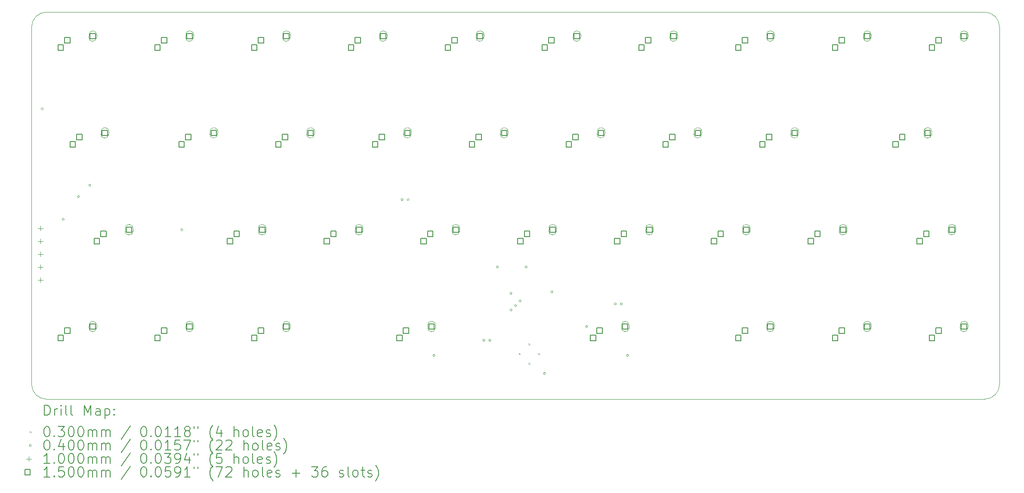
<source format=gbr>
%TF.GenerationSoftware,KiCad,Pcbnew,8.0.5*%
%TF.CreationDate,2024-10-22T20:51:34-04:00*%
%TF.ProjectId,trad,74726164-2e6b-4696-9361-645f70636258,rev?*%
%TF.SameCoordinates,PX1c62fe0PY650e7e0*%
%TF.FileFunction,Drillmap*%
%TF.FilePolarity,Positive*%
%FSLAX45Y45*%
G04 Gerber Fmt 4.5, Leading zero omitted, Abs format (unit mm)*
G04 Created by KiCad (PCBNEW 8.0.5) date 2024-10-22 20:51:34*
%MOMM*%
%LPD*%
G01*
G04 APERTURE LIST*
%ADD10C,0.100000*%
%ADD11C,0.200000*%
%ADD12C,0.150000*%
G04 APERTURE END LIST*
D10*
X0Y297656D02*
X0Y7322337D01*
X19049984Y297656D02*
G75*
G02*
X18752328Y0I-297654J-2D01*
G01*
X18752328Y0D02*
X297656Y0D01*
X18752328Y7619993D02*
G75*
G02*
X19049980Y7322338I2J-297650D01*
G01*
X0Y7322337D02*
G75*
G02*
X297656Y7619994I297656J0D01*
G01*
X297656Y0D02*
G75*
G02*
X0Y297656I0J297656D01*
G01*
X19049984Y7322338D02*
X19049984Y297656D01*
X297656Y7619993D02*
X18752328Y7619993D01*
D11*
D10*
X9586964Y907968D02*
X9616964Y877968D01*
X9616964Y907968D02*
X9586964Y877968D01*
X9777882Y1098887D02*
X9807882Y1068887D01*
X9807882Y1098887D02*
X9777882Y1068887D01*
X9777882Y717049D02*
X9807882Y687049D01*
X9807882Y717049D02*
X9777882Y687049D01*
X9968801Y907968D02*
X9998801Y877968D01*
X9998801Y907968D02*
X9968801Y877968D01*
X228359Y5714995D02*
G75*
G02*
X188359Y5714995I-20000J0D01*
G01*
X188359Y5714995D02*
G75*
G02*
X228359Y5714995I20000J0D01*
G01*
X645078Y3542106D02*
G75*
G02*
X605078Y3542106I-20000J0D01*
G01*
X605078Y3542106D02*
G75*
G02*
X645078Y3542106I20000J0D01*
G01*
X942734Y3988590D02*
G75*
G02*
X902734Y3988590I-20000J0D01*
G01*
X902734Y3988590D02*
G75*
G02*
X942734Y3988590I20000J0D01*
G01*
X1165976Y4211832D02*
G75*
G02*
X1125976Y4211832I-20000J0D01*
G01*
X1125976Y4211832D02*
G75*
G02*
X1165976Y4211832I20000J0D01*
G01*
X2974732Y3333747D02*
G75*
G02*
X2934732Y3333747I-20000J0D01*
G01*
X2934732Y3333747D02*
G75*
G02*
X2974732Y3333747I20000J0D01*
G01*
X7312572Y3929059D02*
G75*
G02*
X7272572Y3929059I-20000J0D01*
G01*
X7272572Y3929059D02*
G75*
G02*
X7312572Y3929059I20000J0D01*
G01*
X7431634Y3929059D02*
G75*
G02*
X7391634Y3929059I-20000J0D01*
G01*
X7391634Y3929059D02*
G75*
G02*
X7431634Y3929059I20000J0D01*
G01*
X7937650Y863202D02*
G75*
G02*
X7897650Y863202I-20000J0D01*
G01*
X7897650Y863202D02*
G75*
G02*
X7937650Y863202I20000J0D01*
G01*
X8919914Y1160858D02*
G75*
G02*
X8879914Y1160858I-20000J0D01*
G01*
X8879914Y1160858D02*
G75*
G02*
X8919914Y1160858I20000J0D01*
G01*
X9038977Y1160858D02*
G75*
G02*
X8998977Y1160858I-20000J0D01*
G01*
X8998977Y1160858D02*
G75*
G02*
X9038977Y1160858I20000J0D01*
G01*
X9187805Y2603201D02*
G75*
G02*
X9147805Y2603201I-20000J0D01*
G01*
X9147805Y2603201D02*
G75*
G02*
X9187805Y2603201I20000J0D01*
G01*
X9455695Y2083592D02*
G75*
G02*
X9415695Y2083592I-20000J0D01*
G01*
X9415695Y2083592D02*
G75*
G02*
X9455695Y2083592I20000J0D01*
G01*
X9455695Y1756170D02*
G75*
G02*
X9415695Y1756170I-20000J0D01*
G01*
X9415695Y1756170D02*
G75*
G02*
X9455695Y1756170I20000J0D01*
G01*
X9544992Y1845467D02*
G75*
G02*
X9504992Y1845467I-20000J0D01*
G01*
X9504992Y1845467D02*
G75*
G02*
X9544992Y1845467I20000J0D01*
G01*
X9634289Y1934764D02*
G75*
G02*
X9594289Y1934764I-20000J0D01*
G01*
X9594289Y1934764D02*
G75*
G02*
X9634289Y1934764I20000J0D01*
G01*
X9753351Y2603201D02*
G75*
G02*
X9713351Y2603201I-20000J0D01*
G01*
X9713351Y2603201D02*
G75*
G02*
X9753351Y2603201I20000J0D01*
G01*
X10114982Y506015D02*
G75*
G02*
X10074982Y506015I-20000J0D01*
G01*
X10074982Y506015D02*
G75*
G02*
X10114982Y506015I20000J0D01*
G01*
X10259366Y2113358D02*
G75*
G02*
X10219366Y2113358I-20000J0D01*
G01*
X10219366Y2113358D02*
G75*
G02*
X10259366Y2113358I20000J0D01*
G01*
X10943975Y1428749D02*
G75*
G02*
X10903975Y1428749I-20000J0D01*
G01*
X10903975Y1428749D02*
G75*
G02*
X10943975Y1428749I20000J0D01*
G01*
X11509522Y1875233D02*
G75*
G02*
X11469522Y1875233I-20000J0D01*
G01*
X11469522Y1875233D02*
G75*
G02*
X11509522Y1875233I20000J0D01*
G01*
X11628584Y1875233D02*
G75*
G02*
X11588584Y1875233I-20000J0D01*
G01*
X11588584Y1875233D02*
G75*
G02*
X11628584Y1875233I20000J0D01*
G01*
X11747646Y863202D02*
G75*
G02*
X11707646Y863202I-20000J0D01*
G01*
X11707646Y863202D02*
G75*
G02*
X11747646Y863202I20000J0D01*
G01*
X178594Y3414997D02*
X178594Y3314997D01*
X128594Y3364997D02*
X228594Y3364997D01*
X178594Y3160997D02*
X178594Y3060997D01*
X128594Y3110997D02*
X228594Y3110997D01*
X178594Y2906998D02*
X178594Y2806998D01*
X128594Y2856998D02*
X228594Y2856998D01*
X178594Y2652998D02*
X178594Y2552998D01*
X128594Y2602998D02*
X228594Y2602998D01*
X178594Y2398998D02*
X178594Y2298998D01*
X128594Y2348998D02*
X228594Y2348998D01*
D12*
X624533Y6868461D02*
X624533Y6974528D01*
X518466Y6974528D01*
X518466Y6868461D01*
X624533Y6868461D01*
X624533Y1153466D02*
X624533Y1259533D01*
X518466Y1259533D01*
X518466Y1153466D01*
X624533Y1153466D01*
X755533Y7014461D02*
X755533Y7120528D01*
X649466Y7120528D01*
X649466Y7014461D01*
X755533Y7014461D01*
X755533Y1299466D02*
X755533Y1405533D01*
X649466Y1405533D01*
X649466Y1299466D01*
X755533Y1299466D01*
X862657Y4963462D02*
X862657Y5069529D01*
X756590Y5069529D01*
X756590Y4963462D01*
X862657Y4963462D01*
X993657Y5109462D02*
X993657Y5215529D01*
X887590Y5215529D01*
X887590Y5109462D01*
X993657Y5109462D01*
X1257533Y7093461D02*
X1257533Y7199528D01*
X1151466Y7199528D01*
X1151466Y7093461D01*
X1257533Y7093461D01*
D10*
X1277289Y7112265D02*
X1281344Y7170260D01*
X1131710Y7180724D02*
G75*
G02*
X1281344Y7170260I74817J-5232D01*
G01*
X1131710Y7180724D02*
X1127654Y7122728D01*
X1127654Y7122728D02*
G75*
G03*
X1277289Y7112265I74817J-5232D01*
G01*
D12*
X1257533Y1378466D02*
X1257533Y1484533D01*
X1151466Y1484533D01*
X1151466Y1378466D01*
X1257533Y1378466D01*
D10*
X1277289Y1397270D02*
X1281344Y1455265D01*
X1131710Y1465729D02*
G75*
G02*
X1281344Y1455265I74817J-5232D01*
G01*
X1131710Y1465729D02*
X1127654Y1407733D01*
X1127654Y1407733D02*
G75*
G03*
X1277289Y1397270I74817J-5232D01*
G01*
D12*
X1338907Y3058464D02*
X1338907Y3164531D01*
X1232840Y3164531D01*
X1232840Y3058464D01*
X1338907Y3058464D01*
X1469907Y3204464D02*
X1469907Y3310531D01*
X1363840Y3310531D01*
X1363840Y3204464D01*
X1469907Y3204464D01*
X1495657Y5188462D02*
X1495657Y5294529D01*
X1389591Y5294529D01*
X1389591Y5188462D01*
X1495657Y5188462D01*
D10*
X1515414Y5207267D02*
X1519469Y5265262D01*
X1369834Y5275725D02*
G75*
G02*
X1519469Y5265262I74817J-5232D01*
G01*
X1369834Y5275725D02*
X1365779Y5217730D01*
X1365779Y5217730D02*
G75*
G03*
X1515414Y5207267I74817J-5232D01*
G01*
D12*
X1971907Y3283464D02*
X1971907Y3389531D01*
X1865840Y3389531D01*
X1865840Y3283464D01*
X1971907Y3283464D01*
D10*
X1991663Y3302268D02*
X1995719Y3360264D01*
X1846084Y3370727D02*
G75*
G02*
X1995719Y3360264I74817J-5232D01*
G01*
X1846084Y3370727D02*
X1842029Y3312732D01*
X1842029Y3312732D02*
G75*
G03*
X1991663Y3302268I74817J-5232D01*
G01*
D12*
X2529531Y6868461D02*
X2529531Y6974528D01*
X2423464Y6974528D01*
X2423464Y6868461D01*
X2529531Y6868461D01*
X2529531Y1153466D02*
X2529531Y1259533D01*
X2423464Y1259533D01*
X2423464Y1153466D01*
X2529531Y1153466D01*
X2660531Y7014461D02*
X2660531Y7120528D01*
X2554464Y7120528D01*
X2554464Y7014461D01*
X2660531Y7014461D01*
X2660531Y1299466D02*
X2660531Y1405533D01*
X2554464Y1405533D01*
X2554464Y1299466D01*
X2660531Y1299466D01*
X3005781Y4963462D02*
X3005781Y5069529D01*
X2899714Y5069529D01*
X2899714Y4963462D01*
X3005781Y4963462D01*
X3136781Y5109462D02*
X3136781Y5215529D01*
X3030714Y5215529D01*
X3030714Y5109462D01*
X3136781Y5109462D01*
X3162531Y7093461D02*
X3162531Y7199528D01*
X3056464Y7199528D01*
X3056464Y7093461D01*
X3162531Y7093461D01*
D10*
X3182287Y7112265D02*
X3186343Y7170260D01*
X3036708Y7180724D02*
G75*
G02*
X3186343Y7170260I74817J-5232D01*
G01*
X3036708Y7180724D02*
X3032653Y7122728D01*
X3032653Y7122728D02*
G75*
G03*
X3182287Y7112265I74817J-5232D01*
G01*
D12*
X3162531Y1378466D02*
X3162531Y1484533D01*
X3056464Y1484533D01*
X3056464Y1378466D01*
X3162531Y1378466D01*
D10*
X3182287Y1397270D02*
X3186343Y1455265D01*
X3036708Y1465729D02*
G75*
G02*
X3186343Y1455265I74817J-5232D01*
G01*
X3036708Y1465729D02*
X3032653Y1407733D01*
X3032653Y1407733D02*
G75*
G03*
X3182287Y1397270I74817J-5232D01*
G01*
D12*
X3638781Y5188462D02*
X3638781Y5294529D01*
X3532714Y5294529D01*
X3532714Y5188462D01*
X3638781Y5188462D01*
D10*
X3658537Y5207267D02*
X3662592Y5265262D01*
X3512958Y5275725D02*
G75*
G02*
X3662592Y5265262I74817J-5232D01*
G01*
X3512958Y5275725D02*
X3508902Y5217730D01*
X3508902Y5217730D02*
G75*
G03*
X3658537Y5207267I74817J-5232D01*
G01*
D12*
X3958280Y3058464D02*
X3958280Y3164531D01*
X3852213Y3164531D01*
X3852213Y3058464D01*
X3958280Y3058464D01*
X4089280Y3204464D02*
X4089280Y3310531D01*
X3983213Y3310531D01*
X3983213Y3204464D01*
X4089280Y3204464D01*
X4434529Y6868461D02*
X4434529Y6974528D01*
X4328462Y6974528D01*
X4328462Y6868461D01*
X4434529Y6868461D01*
X4434530Y1153466D02*
X4434530Y1259533D01*
X4328463Y1259533D01*
X4328463Y1153466D01*
X4434530Y1153466D01*
X4565529Y7014461D02*
X4565529Y7120528D01*
X4459462Y7120528D01*
X4459462Y7014461D01*
X4565529Y7014461D01*
X4565530Y1299466D02*
X4565530Y1405533D01*
X4459463Y1405533D01*
X4459463Y1299466D01*
X4565530Y1299466D01*
X4591280Y3283464D02*
X4591280Y3389531D01*
X4485213Y3389531D01*
X4485213Y3283464D01*
X4591280Y3283464D01*
D10*
X4611036Y3302268D02*
X4615092Y3360264D01*
X4465457Y3370727D02*
G75*
G02*
X4615092Y3360264I74817J-5232D01*
G01*
X4465457Y3370727D02*
X4461402Y3312732D01*
X4461402Y3312732D02*
G75*
G03*
X4611036Y3302268I74817J-5232D01*
G01*
D12*
X4910779Y4963462D02*
X4910779Y5069529D01*
X4804712Y5069529D01*
X4804712Y4963462D01*
X4910779Y4963462D01*
X5041779Y5109462D02*
X5041779Y5215529D01*
X4935712Y5215529D01*
X4935712Y5109462D01*
X5041779Y5109462D01*
X5067530Y7093461D02*
X5067530Y7199528D01*
X4961463Y7199528D01*
X4961463Y7093461D01*
X5067530Y7093461D01*
D10*
X5087286Y7112265D02*
X5091341Y7170260D01*
X4941706Y7180724D02*
G75*
G02*
X5091341Y7170260I74817J-5232D01*
G01*
X4941706Y7180724D02*
X4937651Y7122728D01*
X4937651Y7122728D02*
G75*
G03*
X5087286Y7112265I74817J-5232D01*
G01*
D12*
X5067530Y1378466D02*
X5067530Y1484533D01*
X4961463Y1484533D01*
X4961463Y1378466D01*
X5067530Y1378466D01*
D10*
X5087286Y1397270D02*
X5091341Y1455265D01*
X4941707Y1465729D02*
G75*
G02*
X5091341Y1455265I74817J-5232D01*
G01*
X4941707Y1465729D02*
X4937651Y1407733D01*
X4937651Y1407733D02*
G75*
G03*
X5087286Y1397270I74817J-5232D01*
G01*
D12*
X5543779Y5188462D02*
X5543779Y5294529D01*
X5437712Y5294529D01*
X5437712Y5188462D01*
X5543779Y5188462D01*
D10*
X5563535Y5207267D02*
X5567591Y5265262D01*
X5417956Y5275725D02*
G75*
G02*
X5567591Y5265262I74817J-5232D01*
G01*
X5417956Y5275725D02*
X5413901Y5217730D01*
X5413901Y5217730D02*
G75*
G03*
X5563535Y5207267I74817J-5232D01*
G01*
D12*
X5863278Y3058464D02*
X5863278Y3164531D01*
X5757211Y3164531D01*
X5757211Y3058464D01*
X5863278Y3058464D01*
X5994278Y3204464D02*
X5994278Y3310531D01*
X5888211Y3310531D01*
X5888211Y3204464D01*
X5994278Y3204464D01*
X6339528Y6868461D02*
X6339528Y6974528D01*
X6233461Y6974528D01*
X6233461Y6868461D01*
X6339528Y6868461D01*
X6470528Y7014461D02*
X6470528Y7120528D01*
X6364461Y7120528D01*
X6364461Y7014461D01*
X6470528Y7014461D01*
X6496278Y3283464D02*
X6496278Y3389531D01*
X6390211Y3389531D01*
X6390211Y3283464D01*
X6496278Y3283464D01*
D10*
X6516034Y3302268D02*
X6520090Y3360263D01*
X6370455Y3370727D02*
G75*
G02*
X6520090Y3360263I74817J-5232D01*
G01*
X6370455Y3370727D02*
X6366400Y3312731D01*
X6366400Y3312731D02*
G75*
G03*
X6516034Y3302268I74817J-5232D01*
G01*
D12*
X6815777Y4963463D02*
X6815777Y5069530D01*
X6709710Y5069530D01*
X6709710Y4963463D01*
X6815777Y4963463D01*
X6946777Y5109463D02*
X6946777Y5215530D01*
X6840710Y5215530D01*
X6840710Y5109463D01*
X6946777Y5109463D01*
X6972528Y7093461D02*
X6972528Y7199528D01*
X6866461Y7199528D01*
X6866461Y7093461D01*
X6972528Y7093461D01*
D10*
X6992284Y7112265D02*
X6996339Y7170260D01*
X6846705Y7180724D02*
G75*
G02*
X6996339Y7170260I74817J-5232D01*
G01*
X6846705Y7180724D02*
X6842649Y7122728D01*
X6842649Y7122728D02*
G75*
G03*
X6992284Y7112265I74817J-5232D01*
G01*
D12*
X7292027Y1153466D02*
X7292027Y1259533D01*
X7185960Y1259533D01*
X7185960Y1153466D01*
X7292027Y1153466D01*
X7423027Y1299466D02*
X7423027Y1405533D01*
X7316960Y1405533D01*
X7316960Y1299466D01*
X7423027Y1299466D01*
X7448778Y5188463D02*
X7448778Y5294530D01*
X7342711Y5294530D01*
X7342711Y5188463D01*
X7448778Y5188463D01*
D10*
X7468534Y5207267D02*
X7472589Y5265262D01*
X7322954Y5275725D02*
G75*
G02*
X7472589Y5265262I74817J-5232D01*
G01*
X7322954Y5275725D02*
X7318899Y5217730D01*
X7318899Y5217730D02*
G75*
G03*
X7468534Y5207267I74817J-5232D01*
G01*
D12*
X7768277Y3058464D02*
X7768277Y3164531D01*
X7662210Y3164531D01*
X7662210Y3058464D01*
X7768277Y3058464D01*
X7899277Y3204464D02*
X7899277Y3310531D01*
X7793210Y3310531D01*
X7793210Y3204464D01*
X7899277Y3204464D01*
X7925027Y1378466D02*
X7925027Y1484533D01*
X7818960Y1484533D01*
X7818960Y1378466D01*
X7925027Y1378466D01*
D10*
X7944783Y1397270D02*
X7948839Y1455265D01*
X7799204Y1465729D02*
G75*
G02*
X7948839Y1455265I74817J-5232D01*
G01*
X7799204Y1465729D02*
X7795149Y1407733D01*
X7795149Y1407733D02*
G75*
G03*
X7944783Y1397270I74817J-5232D01*
G01*
D12*
X8244526Y6868461D02*
X8244526Y6974528D01*
X8138459Y6974528D01*
X8138459Y6868461D01*
X8244526Y6868461D01*
X8375526Y7014461D02*
X8375526Y7120528D01*
X8269459Y7120528D01*
X8269459Y7014461D01*
X8375526Y7014461D01*
X8401277Y3283464D02*
X8401277Y3389531D01*
X8295210Y3389531D01*
X8295210Y3283464D01*
X8401277Y3283464D01*
D10*
X8421033Y3302268D02*
X8425088Y3360263D01*
X8275454Y3370727D02*
G75*
G02*
X8425088Y3360263I74817J-5232D01*
G01*
X8275454Y3370727D02*
X8271398Y3312731D01*
X8271398Y3312731D02*
G75*
G03*
X8421033Y3302268I74817J-5232D01*
G01*
D12*
X8720776Y4963463D02*
X8720776Y5069530D01*
X8614709Y5069530D01*
X8614709Y4963463D01*
X8720776Y4963463D01*
X8851776Y5109463D02*
X8851776Y5215530D01*
X8745709Y5215530D01*
X8745709Y5109463D01*
X8851776Y5109463D01*
X8877526Y7093461D02*
X8877526Y7199528D01*
X8771459Y7199528D01*
X8771459Y7093461D01*
X8877526Y7093461D01*
D10*
X8897283Y7112265D02*
X8901338Y7170260D01*
X8751703Y7180724D02*
G75*
G02*
X8901338Y7170260I74817J-5232D01*
G01*
X8751703Y7180724D02*
X8747648Y7122728D01*
X8747648Y7122728D02*
G75*
G03*
X8897283Y7112265I74817J-5232D01*
G01*
D12*
X9353776Y5188463D02*
X9353776Y5294530D01*
X9247709Y5294530D01*
X9247709Y5188463D01*
X9353776Y5188463D01*
D10*
X9373532Y5207267D02*
X9377588Y5265262D01*
X9227953Y5275725D02*
G75*
G02*
X9377588Y5265262I74817J-5232D01*
G01*
X9227953Y5275725D02*
X9223898Y5217730D01*
X9223898Y5217730D02*
G75*
G03*
X9373532Y5207267I74817J-5232D01*
G01*
D12*
X9673275Y3058464D02*
X9673275Y3164531D01*
X9567208Y3164531D01*
X9567208Y3058464D01*
X9673275Y3058464D01*
X9804275Y3204464D02*
X9804275Y3310531D01*
X9698208Y3310531D01*
X9698208Y3204464D01*
X9804275Y3204464D01*
X10149525Y6868461D02*
X10149525Y6974528D01*
X10043458Y6974528D01*
X10043458Y6868461D01*
X10149525Y6868461D01*
X10280525Y7014461D02*
X10280525Y7120528D01*
X10174458Y7120528D01*
X10174458Y7014461D01*
X10280525Y7014461D01*
X10306275Y3283464D02*
X10306275Y3389531D01*
X10200208Y3389531D01*
X10200208Y3283464D01*
X10306275Y3283464D01*
D10*
X10326031Y3302268D02*
X10330087Y3360263D01*
X10180452Y3370727D02*
G75*
G02*
X10330087Y3360263I74817J-5232D01*
G01*
X10180452Y3370727D02*
X10176397Y3312731D01*
X10176397Y3312731D02*
G75*
G03*
X10326031Y3302268I74817J-5232D01*
G01*
D12*
X10625774Y4963462D02*
X10625774Y5069529D01*
X10519707Y5069529D01*
X10519707Y4963462D01*
X10625774Y4963462D01*
X10756774Y5109462D02*
X10756774Y5215529D01*
X10650707Y5215529D01*
X10650707Y5109462D01*
X10756774Y5109462D01*
X10782525Y7093461D02*
X10782525Y7199528D01*
X10676458Y7199528D01*
X10676458Y7093461D01*
X10782525Y7093461D01*
D10*
X10802281Y7112265D02*
X10806336Y7170260D01*
X10656702Y7180724D02*
G75*
G02*
X10806336Y7170260I74817J-5232D01*
G01*
X10656702Y7180724D02*
X10652646Y7122728D01*
X10652646Y7122728D02*
G75*
G03*
X10802281Y7112265I74817J-5232D01*
G01*
D12*
X11102024Y1153466D02*
X11102024Y1259533D01*
X10995957Y1259533D01*
X10995957Y1153466D01*
X11102024Y1153466D01*
X11233024Y1299466D02*
X11233024Y1405533D01*
X11126957Y1405533D01*
X11126957Y1299466D01*
X11233024Y1299466D01*
X11258774Y5188462D02*
X11258774Y5294529D01*
X11152707Y5294529D01*
X11152707Y5188462D01*
X11258774Y5188462D01*
D10*
X11278530Y5207267D02*
X11282586Y5265262D01*
X11132951Y5275725D02*
G75*
G02*
X11282586Y5265262I74817J-5232D01*
G01*
X11132951Y5275725D02*
X11128896Y5217730D01*
X11128896Y5217730D02*
G75*
G03*
X11278530Y5207267I74817J-5232D01*
G01*
D12*
X11578273Y3058464D02*
X11578273Y3164531D01*
X11472206Y3164531D01*
X11472206Y3058464D01*
X11578273Y3058464D01*
X11709273Y3204464D02*
X11709273Y3310531D01*
X11603206Y3310531D01*
X11603206Y3204464D01*
X11709273Y3204464D01*
X11735024Y1378466D02*
X11735024Y1484533D01*
X11628957Y1484533D01*
X11628957Y1378466D01*
X11735024Y1378466D01*
D10*
X11754780Y1397270D02*
X11758835Y1455265D01*
X11609201Y1465729D02*
G75*
G02*
X11758835Y1455265I74817J-5232D01*
G01*
X11609201Y1465729D02*
X11605145Y1407733D01*
X11605145Y1407733D02*
G75*
G03*
X11754780Y1397270I74817J-5232D01*
G01*
D12*
X12054523Y6868461D02*
X12054523Y6974528D01*
X11948456Y6974528D01*
X11948456Y6868461D01*
X12054523Y6868461D01*
X12185523Y7014461D02*
X12185523Y7120528D01*
X12079456Y7120528D01*
X12079456Y7014461D01*
X12185523Y7014461D01*
X12211274Y3283464D02*
X12211274Y3389531D01*
X12105207Y3389531D01*
X12105207Y3283464D01*
X12211274Y3283464D01*
D10*
X12231030Y3302268D02*
X12235085Y3360264D01*
X12085450Y3370727D02*
G75*
G02*
X12235085Y3360264I74817J-5232D01*
G01*
X12085450Y3370727D02*
X12081395Y3312732D01*
X12081395Y3312732D02*
G75*
G03*
X12231030Y3302268I74817J-5232D01*
G01*
D12*
X12530773Y4963462D02*
X12530773Y5069529D01*
X12424706Y5069529D01*
X12424706Y4963462D01*
X12530773Y4963462D01*
X12661773Y5109462D02*
X12661773Y5215529D01*
X12555706Y5215529D01*
X12555706Y5109462D01*
X12661773Y5109462D01*
X12687523Y7093461D02*
X12687523Y7199528D01*
X12581456Y7199528D01*
X12581456Y7093461D01*
X12687523Y7093461D01*
D10*
X12707279Y7112265D02*
X12711335Y7170260D01*
X12561700Y7180724D02*
G75*
G02*
X12711335Y7170260I74817J-5232D01*
G01*
X12561700Y7180724D02*
X12557645Y7122728D01*
X12557645Y7122728D02*
G75*
G03*
X12707279Y7112265I74817J-5232D01*
G01*
D12*
X13163773Y5188462D02*
X13163773Y5294529D01*
X13057706Y5294529D01*
X13057706Y5188462D01*
X13163773Y5188462D01*
D10*
X13183529Y5207267D02*
X13187584Y5265262D01*
X13037950Y5275725D02*
G75*
G02*
X13187584Y5265262I74817J-5232D01*
G01*
X13037950Y5275725D02*
X13033894Y5217730D01*
X13033894Y5217730D02*
G75*
G03*
X13183529Y5207267I74817J-5232D01*
G01*
D12*
X13483272Y3058464D02*
X13483272Y3164531D01*
X13377205Y3164531D01*
X13377205Y3058464D01*
X13483272Y3058464D01*
X13614272Y3204464D02*
X13614272Y3310531D01*
X13508205Y3310531D01*
X13508205Y3204464D01*
X13614272Y3204464D01*
X13959521Y1153466D02*
X13959521Y1259533D01*
X13853454Y1259533D01*
X13853454Y1153466D01*
X13959521Y1153466D01*
X13959521Y6868461D02*
X13959521Y6974528D01*
X13853454Y6974528D01*
X13853454Y6868461D01*
X13959521Y6868461D01*
X14090521Y1299466D02*
X14090521Y1405533D01*
X13984454Y1405533D01*
X13984454Y1299466D01*
X14090521Y1299466D01*
X14090521Y7014461D02*
X14090521Y7120528D01*
X13984454Y7120528D01*
X13984454Y7014461D01*
X14090521Y7014461D01*
X14116272Y3283464D02*
X14116272Y3389531D01*
X14010205Y3389531D01*
X14010205Y3283464D01*
X14116272Y3283464D01*
D10*
X14136028Y3302268D02*
X14140083Y3360264D01*
X13990449Y3370727D02*
G75*
G02*
X14140083Y3360264I74817J-5232D01*
G01*
X13990449Y3370727D02*
X13986393Y3312732D01*
X13986393Y3312732D02*
G75*
G03*
X14136028Y3302268I74817J-5232D01*
G01*
D12*
X14435771Y4963462D02*
X14435771Y5069529D01*
X14329704Y5069529D01*
X14329704Y4963462D01*
X14435771Y4963462D01*
X14566771Y5109462D02*
X14566771Y5215529D01*
X14460704Y5215529D01*
X14460704Y5109462D01*
X14566771Y5109462D01*
X14592521Y1378466D02*
X14592521Y1484533D01*
X14486454Y1484533D01*
X14486454Y1378466D01*
X14592521Y1378466D01*
D10*
X14612278Y1397270D02*
X14616333Y1455265D01*
X14466698Y1465729D02*
G75*
G02*
X14616333Y1455265I74817J-5232D01*
G01*
X14466698Y1465729D02*
X14462643Y1407733D01*
X14462643Y1407733D02*
G75*
G03*
X14612278Y1397270I74817J-5232D01*
G01*
D12*
X14592522Y7093461D02*
X14592522Y7199528D01*
X14486455Y7199528D01*
X14486455Y7093461D01*
X14592522Y7093461D01*
D10*
X14612278Y7112265D02*
X14616333Y7170260D01*
X14466698Y7180724D02*
G75*
G02*
X14616333Y7170260I74817J-5232D01*
G01*
X14466698Y7180724D02*
X14462643Y7122728D01*
X14462643Y7122728D02*
G75*
G03*
X14612278Y7112265I74817J-5232D01*
G01*
D12*
X15068771Y5188462D02*
X15068771Y5294529D01*
X14962704Y5294529D01*
X14962704Y5188462D01*
X15068771Y5188462D01*
D10*
X15088527Y5207267D02*
X15092583Y5265262D01*
X14942948Y5275725D02*
G75*
G02*
X15092583Y5265262I74817J-5232D01*
G01*
X14942948Y5275725D02*
X14938893Y5217730D01*
X14938893Y5217730D02*
G75*
G03*
X15088527Y5207267I74817J-5232D01*
G01*
D12*
X15388270Y3058464D02*
X15388270Y3164531D01*
X15282203Y3164531D01*
X15282203Y3058464D01*
X15388270Y3058464D01*
X15519270Y3204464D02*
X15519270Y3310531D01*
X15413203Y3310531D01*
X15413203Y3204464D01*
X15519270Y3204464D01*
X15864520Y6868461D02*
X15864520Y6974528D01*
X15758453Y6974528D01*
X15758453Y6868461D01*
X15864520Y6868461D01*
X15864520Y1153466D02*
X15864520Y1259533D01*
X15758453Y1259533D01*
X15758453Y1153466D01*
X15864520Y1153466D01*
X15995520Y7014461D02*
X15995520Y7120528D01*
X15889453Y7120528D01*
X15889453Y7014461D01*
X15995520Y7014461D01*
X15995520Y1299466D02*
X15995520Y1405533D01*
X15889453Y1405533D01*
X15889453Y1299466D01*
X15995520Y1299466D01*
X16021270Y3283464D02*
X16021270Y3389531D01*
X15915203Y3389531D01*
X15915203Y3283464D01*
X16021270Y3283464D01*
D10*
X16041026Y3302268D02*
X16045082Y3360264D01*
X15895447Y3370727D02*
G75*
G02*
X16045082Y3360264I74817J-5232D01*
G01*
X15895447Y3370727D02*
X15891392Y3312732D01*
X15891392Y3312732D02*
G75*
G03*
X16041026Y3302268I74817J-5232D01*
G01*
D12*
X16497520Y7093461D02*
X16497520Y7199528D01*
X16391453Y7199528D01*
X16391453Y7093461D01*
X16497520Y7093461D01*
D10*
X16517276Y7112265D02*
X16521331Y7170260D01*
X16371697Y7180724D02*
G75*
G02*
X16521331Y7170260I74817J-5232D01*
G01*
X16371697Y7180724D02*
X16367641Y7122728D01*
X16367641Y7122728D02*
G75*
G03*
X16517276Y7112265I74817J-5232D01*
G01*
D12*
X16497520Y1378466D02*
X16497520Y1484533D01*
X16391453Y1484533D01*
X16391453Y1378466D01*
X16497520Y1378466D01*
D10*
X16517276Y1397270D02*
X16521331Y1455265D01*
X16371697Y1465729D02*
G75*
G02*
X16521331Y1455265I74817J-5232D01*
G01*
X16371697Y1465729D02*
X16367641Y1407733D01*
X16367641Y1407733D02*
G75*
G03*
X16517276Y1397270I74817J-5232D01*
G01*
D12*
X17055144Y4963462D02*
X17055144Y5069529D01*
X16949077Y5069529D01*
X16949077Y4963462D01*
X17055144Y4963462D01*
X17186144Y5109462D02*
X17186144Y5215529D01*
X17080077Y5215529D01*
X17080077Y5109462D01*
X17186144Y5109462D01*
X17531394Y3058464D02*
X17531394Y3164531D01*
X17425327Y3164531D01*
X17425327Y3058464D01*
X17531394Y3058464D01*
X17662394Y3204464D02*
X17662394Y3310531D01*
X17556327Y3310531D01*
X17556327Y3204464D01*
X17662394Y3204464D01*
X17688144Y5188462D02*
X17688144Y5294529D01*
X17582077Y5294529D01*
X17582077Y5188462D01*
X17688144Y5188462D01*
D10*
X17707900Y5207267D02*
X17711956Y5265262D01*
X17562321Y5275725D02*
G75*
G02*
X17711956Y5265262I74817J-5232D01*
G01*
X17562321Y5275725D02*
X17558266Y5217730D01*
X17558266Y5217730D02*
G75*
G03*
X17707900Y5207267I74817J-5232D01*
G01*
D12*
X17769518Y1153466D02*
X17769518Y1259533D01*
X17663451Y1259533D01*
X17663451Y1153466D01*
X17769518Y1153466D01*
X17769518Y6868461D02*
X17769518Y6974528D01*
X17663451Y6974528D01*
X17663451Y6868461D01*
X17769518Y6868461D01*
X17900518Y1299466D02*
X17900518Y1405533D01*
X17794451Y1405533D01*
X17794451Y1299466D01*
X17900518Y1299466D01*
X17900518Y7014461D02*
X17900518Y7120528D01*
X17794451Y7120528D01*
X17794451Y7014461D01*
X17900518Y7014461D01*
X18164394Y3283464D02*
X18164394Y3389531D01*
X18058327Y3389531D01*
X18058327Y3283464D01*
X18164394Y3283464D01*
D10*
X18184150Y3302268D02*
X18188205Y3360263D01*
X18038571Y3370727D02*
G75*
G02*
X18188205Y3360263I74817J-5232D01*
G01*
X18038571Y3370727D02*
X18034515Y3312731D01*
X18034515Y3312731D02*
G75*
G03*
X18184150Y3302268I74817J-5232D01*
G01*
D12*
X18402518Y1378466D02*
X18402518Y1484533D01*
X18296451Y1484533D01*
X18296451Y1378466D01*
X18402518Y1378466D01*
D10*
X18422275Y1397270D02*
X18426330Y1455265D01*
X18276695Y1465729D02*
G75*
G02*
X18426330Y1455265I74817J-5232D01*
G01*
X18276695Y1465729D02*
X18272640Y1407733D01*
X18272640Y1407733D02*
G75*
G03*
X18422275Y1397270I74817J-5232D01*
G01*
D12*
X18402519Y7093461D02*
X18402519Y7199528D01*
X18296452Y7199528D01*
X18296452Y7093461D01*
X18402519Y7093461D01*
D10*
X18422275Y7112265D02*
X18426330Y7170260D01*
X18276695Y7180724D02*
G75*
G02*
X18426330Y7170260I74817J-5232D01*
G01*
X18276695Y7180724D02*
X18272640Y7122728D01*
X18272640Y7122728D02*
G75*
G03*
X18422275Y7112265I74817J-5232D01*
G01*
D11*
X255777Y-316484D02*
X255777Y-116484D01*
X255777Y-116484D02*
X303396Y-116484D01*
X303396Y-116484D02*
X331967Y-126008D01*
X331967Y-126008D02*
X351015Y-145056D01*
X351015Y-145056D02*
X360539Y-164103D01*
X360539Y-164103D02*
X370062Y-202198D01*
X370062Y-202198D02*
X370062Y-230770D01*
X370062Y-230770D02*
X360539Y-268865D01*
X360539Y-268865D02*
X351015Y-287913D01*
X351015Y-287913D02*
X331967Y-306960D01*
X331967Y-306960D02*
X303396Y-316484D01*
X303396Y-316484D02*
X255777Y-316484D01*
X455777Y-316484D02*
X455777Y-183151D01*
X455777Y-221246D02*
X465301Y-202198D01*
X465301Y-202198D02*
X474824Y-192675D01*
X474824Y-192675D02*
X493872Y-183151D01*
X493872Y-183151D02*
X512920Y-183151D01*
X579586Y-316484D02*
X579586Y-183151D01*
X579586Y-116484D02*
X570063Y-126008D01*
X570063Y-126008D02*
X579586Y-135532D01*
X579586Y-135532D02*
X589110Y-126008D01*
X589110Y-126008D02*
X579586Y-116484D01*
X579586Y-116484D02*
X579586Y-135532D01*
X703396Y-316484D02*
X684348Y-306960D01*
X684348Y-306960D02*
X674824Y-287913D01*
X674824Y-287913D02*
X674824Y-116484D01*
X808158Y-316484D02*
X789110Y-306960D01*
X789110Y-306960D02*
X779586Y-287913D01*
X779586Y-287913D02*
X779586Y-116484D01*
X1036729Y-316484D02*
X1036729Y-116484D01*
X1036729Y-116484D02*
X1103396Y-259341D01*
X1103396Y-259341D02*
X1170063Y-116484D01*
X1170063Y-116484D02*
X1170063Y-316484D01*
X1351015Y-316484D02*
X1351015Y-211722D01*
X1351015Y-211722D02*
X1341491Y-192675D01*
X1341491Y-192675D02*
X1322444Y-183151D01*
X1322444Y-183151D02*
X1284348Y-183151D01*
X1284348Y-183151D02*
X1265301Y-192675D01*
X1351015Y-306960D02*
X1331967Y-316484D01*
X1331967Y-316484D02*
X1284348Y-316484D01*
X1284348Y-316484D02*
X1265301Y-306960D01*
X1265301Y-306960D02*
X1255777Y-287913D01*
X1255777Y-287913D02*
X1255777Y-268865D01*
X1255777Y-268865D02*
X1265301Y-249817D01*
X1265301Y-249817D02*
X1284348Y-240294D01*
X1284348Y-240294D02*
X1331967Y-240294D01*
X1331967Y-240294D02*
X1351015Y-230770D01*
X1446253Y-183151D02*
X1446253Y-383151D01*
X1446253Y-192675D02*
X1465301Y-183151D01*
X1465301Y-183151D02*
X1503396Y-183151D01*
X1503396Y-183151D02*
X1522443Y-192675D01*
X1522443Y-192675D02*
X1531967Y-202198D01*
X1531967Y-202198D02*
X1541491Y-221246D01*
X1541491Y-221246D02*
X1541491Y-278389D01*
X1541491Y-278389D02*
X1531967Y-297437D01*
X1531967Y-297437D02*
X1522443Y-306960D01*
X1522443Y-306960D02*
X1503396Y-316484D01*
X1503396Y-316484D02*
X1465301Y-316484D01*
X1465301Y-316484D02*
X1446253Y-306960D01*
X1627205Y-297437D02*
X1636729Y-306960D01*
X1636729Y-306960D02*
X1627205Y-316484D01*
X1627205Y-316484D02*
X1617682Y-306960D01*
X1617682Y-306960D02*
X1627205Y-297437D01*
X1627205Y-297437D02*
X1627205Y-316484D01*
X1627205Y-192675D02*
X1636729Y-202198D01*
X1636729Y-202198D02*
X1627205Y-211722D01*
X1627205Y-211722D02*
X1617682Y-202198D01*
X1617682Y-202198D02*
X1627205Y-192675D01*
X1627205Y-192675D02*
X1627205Y-211722D01*
D10*
X-35000Y-630000D02*
X-5000Y-660000D01*
X-5000Y-630000D02*
X-35000Y-660000D01*
D11*
X293872Y-536484D02*
X312920Y-536484D01*
X312920Y-536484D02*
X331967Y-546008D01*
X331967Y-546008D02*
X341491Y-555532D01*
X341491Y-555532D02*
X351015Y-574579D01*
X351015Y-574579D02*
X360539Y-612675D01*
X360539Y-612675D02*
X360539Y-660294D01*
X360539Y-660294D02*
X351015Y-698389D01*
X351015Y-698389D02*
X341491Y-717436D01*
X341491Y-717436D02*
X331967Y-726960D01*
X331967Y-726960D02*
X312920Y-736484D01*
X312920Y-736484D02*
X293872Y-736484D01*
X293872Y-736484D02*
X274824Y-726960D01*
X274824Y-726960D02*
X265301Y-717436D01*
X265301Y-717436D02*
X255777Y-698389D01*
X255777Y-698389D02*
X246253Y-660294D01*
X246253Y-660294D02*
X246253Y-612675D01*
X246253Y-612675D02*
X255777Y-574579D01*
X255777Y-574579D02*
X265301Y-555532D01*
X265301Y-555532D02*
X274824Y-546008D01*
X274824Y-546008D02*
X293872Y-536484D01*
X446253Y-717436D02*
X455777Y-726960D01*
X455777Y-726960D02*
X446253Y-736484D01*
X446253Y-736484D02*
X436729Y-726960D01*
X436729Y-726960D02*
X446253Y-717436D01*
X446253Y-717436D02*
X446253Y-736484D01*
X522443Y-536484D02*
X646253Y-536484D01*
X646253Y-536484D02*
X579586Y-612675D01*
X579586Y-612675D02*
X608158Y-612675D01*
X608158Y-612675D02*
X627205Y-622198D01*
X627205Y-622198D02*
X636729Y-631722D01*
X636729Y-631722D02*
X646253Y-650770D01*
X646253Y-650770D02*
X646253Y-698389D01*
X646253Y-698389D02*
X636729Y-717436D01*
X636729Y-717436D02*
X627205Y-726960D01*
X627205Y-726960D02*
X608158Y-736484D01*
X608158Y-736484D02*
X551015Y-736484D01*
X551015Y-736484D02*
X531967Y-726960D01*
X531967Y-726960D02*
X522443Y-717436D01*
X770062Y-536484D02*
X789110Y-536484D01*
X789110Y-536484D02*
X808158Y-546008D01*
X808158Y-546008D02*
X817682Y-555532D01*
X817682Y-555532D02*
X827205Y-574579D01*
X827205Y-574579D02*
X836729Y-612675D01*
X836729Y-612675D02*
X836729Y-660294D01*
X836729Y-660294D02*
X827205Y-698389D01*
X827205Y-698389D02*
X817682Y-717436D01*
X817682Y-717436D02*
X808158Y-726960D01*
X808158Y-726960D02*
X789110Y-736484D01*
X789110Y-736484D02*
X770062Y-736484D01*
X770062Y-736484D02*
X751015Y-726960D01*
X751015Y-726960D02*
X741491Y-717436D01*
X741491Y-717436D02*
X731967Y-698389D01*
X731967Y-698389D02*
X722443Y-660294D01*
X722443Y-660294D02*
X722443Y-612675D01*
X722443Y-612675D02*
X731967Y-574579D01*
X731967Y-574579D02*
X741491Y-555532D01*
X741491Y-555532D02*
X751015Y-546008D01*
X751015Y-546008D02*
X770062Y-536484D01*
X960539Y-536484D02*
X979586Y-536484D01*
X979586Y-536484D02*
X998634Y-546008D01*
X998634Y-546008D02*
X1008158Y-555532D01*
X1008158Y-555532D02*
X1017682Y-574579D01*
X1017682Y-574579D02*
X1027205Y-612675D01*
X1027205Y-612675D02*
X1027205Y-660294D01*
X1027205Y-660294D02*
X1017682Y-698389D01*
X1017682Y-698389D02*
X1008158Y-717436D01*
X1008158Y-717436D02*
X998634Y-726960D01*
X998634Y-726960D02*
X979586Y-736484D01*
X979586Y-736484D02*
X960539Y-736484D01*
X960539Y-736484D02*
X941491Y-726960D01*
X941491Y-726960D02*
X931967Y-717436D01*
X931967Y-717436D02*
X922443Y-698389D01*
X922443Y-698389D02*
X912920Y-660294D01*
X912920Y-660294D02*
X912920Y-612675D01*
X912920Y-612675D02*
X922443Y-574579D01*
X922443Y-574579D02*
X931967Y-555532D01*
X931967Y-555532D02*
X941491Y-546008D01*
X941491Y-546008D02*
X960539Y-536484D01*
X1112920Y-736484D02*
X1112920Y-603151D01*
X1112920Y-622198D02*
X1122444Y-612675D01*
X1122444Y-612675D02*
X1141491Y-603151D01*
X1141491Y-603151D02*
X1170063Y-603151D01*
X1170063Y-603151D02*
X1189110Y-612675D01*
X1189110Y-612675D02*
X1198634Y-631722D01*
X1198634Y-631722D02*
X1198634Y-736484D01*
X1198634Y-631722D02*
X1208158Y-612675D01*
X1208158Y-612675D02*
X1227205Y-603151D01*
X1227205Y-603151D02*
X1255777Y-603151D01*
X1255777Y-603151D02*
X1274825Y-612675D01*
X1274825Y-612675D02*
X1284348Y-631722D01*
X1284348Y-631722D02*
X1284348Y-736484D01*
X1379586Y-736484D02*
X1379586Y-603151D01*
X1379586Y-622198D02*
X1389110Y-612675D01*
X1389110Y-612675D02*
X1408158Y-603151D01*
X1408158Y-603151D02*
X1436729Y-603151D01*
X1436729Y-603151D02*
X1455777Y-612675D01*
X1455777Y-612675D02*
X1465301Y-631722D01*
X1465301Y-631722D02*
X1465301Y-736484D01*
X1465301Y-631722D02*
X1474824Y-612675D01*
X1474824Y-612675D02*
X1493872Y-603151D01*
X1493872Y-603151D02*
X1522443Y-603151D01*
X1522443Y-603151D02*
X1541491Y-612675D01*
X1541491Y-612675D02*
X1551015Y-631722D01*
X1551015Y-631722D02*
X1551015Y-736484D01*
X1941491Y-526960D02*
X1770063Y-784103D01*
X2198634Y-536484D02*
X2217682Y-536484D01*
X2217682Y-536484D02*
X2236729Y-546008D01*
X2236729Y-546008D02*
X2246253Y-555532D01*
X2246253Y-555532D02*
X2255777Y-574579D01*
X2255777Y-574579D02*
X2265301Y-612675D01*
X2265301Y-612675D02*
X2265301Y-660294D01*
X2265301Y-660294D02*
X2255777Y-698389D01*
X2255777Y-698389D02*
X2246253Y-717436D01*
X2246253Y-717436D02*
X2236729Y-726960D01*
X2236729Y-726960D02*
X2217682Y-736484D01*
X2217682Y-736484D02*
X2198634Y-736484D01*
X2198634Y-736484D02*
X2179587Y-726960D01*
X2179587Y-726960D02*
X2170063Y-717436D01*
X2170063Y-717436D02*
X2160539Y-698389D01*
X2160539Y-698389D02*
X2151015Y-660294D01*
X2151015Y-660294D02*
X2151015Y-612675D01*
X2151015Y-612675D02*
X2160539Y-574579D01*
X2160539Y-574579D02*
X2170063Y-555532D01*
X2170063Y-555532D02*
X2179587Y-546008D01*
X2179587Y-546008D02*
X2198634Y-536484D01*
X2351015Y-717436D02*
X2360539Y-726960D01*
X2360539Y-726960D02*
X2351015Y-736484D01*
X2351015Y-736484D02*
X2341491Y-726960D01*
X2341491Y-726960D02*
X2351015Y-717436D01*
X2351015Y-717436D02*
X2351015Y-736484D01*
X2484348Y-536484D02*
X2503396Y-536484D01*
X2503396Y-536484D02*
X2522444Y-546008D01*
X2522444Y-546008D02*
X2531968Y-555532D01*
X2531968Y-555532D02*
X2541491Y-574579D01*
X2541491Y-574579D02*
X2551015Y-612675D01*
X2551015Y-612675D02*
X2551015Y-660294D01*
X2551015Y-660294D02*
X2541491Y-698389D01*
X2541491Y-698389D02*
X2531968Y-717436D01*
X2531968Y-717436D02*
X2522444Y-726960D01*
X2522444Y-726960D02*
X2503396Y-736484D01*
X2503396Y-736484D02*
X2484348Y-736484D01*
X2484348Y-736484D02*
X2465301Y-726960D01*
X2465301Y-726960D02*
X2455777Y-717436D01*
X2455777Y-717436D02*
X2446253Y-698389D01*
X2446253Y-698389D02*
X2436729Y-660294D01*
X2436729Y-660294D02*
X2436729Y-612675D01*
X2436729Y-612675D02*
X2446253Y-574579D01*
X2446253Y-574579D02*
X2455777Y-555532D01*
X2455777Y-555532D02*
X2465301Y-546008D01*
X2465301Y-546008D02*
X2484348Y-536484D01*
X2741491Y-736484D02*
X2627206Y-736484D01*
X2684348Y-736484D02*
X2684348Y-536484D01*
X2684348Y-536484D02*
X2665301Y-565056D01*
X2665301Y-565056D02*
X2646253Y-584103D01*
X2646253Y-584103D02*
X2627206Y-593627D01*
X2931967Y-736484D02*
X2817682Y-736484D01*
X2874825Y-736484D02*
X2874825Y-536484D01*
X2874825Y-536484D02*
X2855777Y-565056D01*
X2855777Y-565056D02*
X2836729Y-584103D01*
X2836729Y-584103D02*
X2817682Y-593627D01*
X3046253Y-622198D02*
X3027206Y-612675D01*
X3027206Y-612675D02*
X3017682Y-603151D01*
X3017682Y-603151D02*
X3008158Y-584103D01*
X3008158Y-584103D02*
X3008158Y-574579D01*
X3008158Y-574579D02*
X3017682Y-555532D01*
X3017682Y-555532D02*
X3027206Y-546008D01*
X3027206Y-546008D02*
X3046253Y-536484D01*
X3046253Y-536484D02*
X3084348Y-536484D01*
X3084348Y-536484D02*
X3103396Y-546008D01*
X3103396Y-546008D02*
X3112920Y-555532D01*
X3112920Y-555532D02*
X3122444Y-574579D01*
X3122444Y-574579D02*
X3122444Y-584103D01*
X3122444Y-584103D02*
X3112920Y-603151D01*
X3112920Y-603151D02*
X3103396Y-612675D01*
X3103396Y-612675D02*
X3084348Y-622198D01*
X3084348Y-622198D02*
X3046253Y-622198D01*
X3046253Y-622198D02*
X3027206Y-631722D01*
X3027206Y-631722D02*
X3017682Y-641246D01*
X3017682Y-641246D02*
X3008158Y-660294D01*
X3008158Y-660294D02*
X3008158Y-698389D01*
X3008158Y-698389D02*
X3017682Y-717436D01*
X3017682Y-717436D02*
X3027206Y-726960D01*
X3027206Y-726960D02*
X3046253Y-736484D01*
X3046253Y-736484D02*
X3084348Y-736484D01*
X3084348Y-736484D02*
X3103396Y-726960D01*
X3103396Y-726960D02*
X3112920Y-717436D01*
X3112920Y-717436D02*
X3122444Y-698389D01*
X3122444Y-698389D02*
X3122444Y-660294D01*
X3122444Y-660294D02*
X3112920Y-641246D01*
X3112920Y-641246D02*
X3103396Y-631722D01*
X3103396Y-631722D02*
X3084348Y-622198D01*
X3198634Y-536484D02*
X3198634Y-574579D01*
X3274825Y-536484D02*
X3274825Y-574579D01*
X3570063Y-812675D02*
X3560539Y-803151D01*
X3560539Y-803151D02*
X3541491Y-774579D01*
X3541491Y-774579D02*
X3531968Y-755532D01*
X3531968Y-755532D02*
X3522444Y-726960D01*
X3522444Y-726960D02*
X3512920Y-679341D01*
X3512920Y-679341D02*
X3512920Y-641246D01*
X3512920Y-641246D02*
X3522444Y-593627D01*
X3522444Y-593627D02*
X3531968Y-565056D01*
X3531968Y-565056D02*
X3541491Y-546008D01*
X3541491Y-546008D02*
X3560539Y-517436D01*
X3560539Y-517436D02*
X3570063Y-507913D01*
X3731968Y-603151D02*
X3731968Y-736484D01*
X3684348Y-526960D02*
X3636729Y-669818D01*
X3636729Y-669818D02*
X3760539Y-669818D01*
X3989110Y-736484D02*
X3989110Y-536484D01*
X4074825Y-736484D02*
X4074825Y-631722D01*
X4074825Y-631722D02*
X4065301Y-612675D01*
X4065301Y-612675D02*
X4046253Y-603151D01*
X4046253Y-603151D02*
X4017682Y-603151D01*
X4017682Y-603151D02*
X3998634Y-612675D01*
X3998634Y-612675D02*
X3989110Y-622198D01*
X4198634Y-736484D02*
X4179587Y-726960D01*
X4179587Y-726960D02*
X4170063Y-717436D01*
X4170063Y-717436D02*
X4160539Y-698389D01*
X4160539Y-698389D02*
X4160539Y-641246D01*
X4160539Y-641246D02*
X4170063Y-622198D01*
X4170063Y-622198D02*
X4179587Y-612675D01*
X4179587Y-612675D02*
X4198634Y-603151D01*
X4198634Y-603151D02*
X4227206Y-603151D01*
X4227206Y-603151D02*
X4246253Y-612675D01*
X4246253Y-612675D02*
X4255777Y-622198D01*
X4255777Y-622198D02*
X4265301Y-641246D01*
X4265301Y-641246D02*
X4265301Y-698389D01*
X4265301Y-698389D02*
X4255777Y-717436D01*
X4255777Y-717436D02*
X4246253Y-726960D01*
X4246253Y-726960D02*
X4227206Y-736484D01*
X4227206Y-736484D02*
X4198634Y-736484D01*
X4379587Y-736484D02*
X4360539Y-726960D01*
X4360539Y-726960D02*
X4351015Y-707913D01*
X4351015Y-707913D02*
X4351015Y-536484D01*
X4531968Y-726960D02*
X4512920Y-736484D01*
X4512920Y-736484D02*
X4474825Y-736484D01*
X4474825Y-736484D02*
X4455777Y-726960D01*
X4455777Y-726960D02*
X4446253Y-707913D01*
X4446253Y-707913D02*
X4446253Y-631722D01*
X4446253Y-631722D02*
X4455777Y-612675D01*
X4455777Y-612675D02*
X4474825Y-603151D01*
X4474825Y-603151D02*
X4512920Y-603151D01*
X4512920Y-603151D02*
X4531968Y-612675D01*
X4531968Y-612675D02*
X4541492Y-631722D01*
X4541492Y-631722D02*
X4541492Y-650770D01*
X4541492Y-650770D02*
X4446253Y-669818D01*
X4617682Y-726960D02*
X4636730Y-736484D01*
X4636730Y-736484D02*
X4674825Y-736484D01*
X4674825Y-736484D02*
X4693873Y-726960D01*
X4693873Y-726960D02*
X4703396Y-707913D01*
X4703396Y-707913D02*
X4703396Y-698389D01*
X4703396Y-698389D02*
X4693873Y-679341D01*
X4693873Y-679341D02*
X4674825Y-669818D01*
X4674825Y-669818D02*
X4646253Y-669818D01*
X4646253Y-669818D02*
X4627206Y-660294D01*
X4627206Y-660294D02*
X4617682Y-641246D01*
X4617682Y-641246D02*
X4617682Y-631722D01*
X4617682Y-631722D02*
X4627206Y-612675D01*
X4627206Y-612675D02*
X4646253Y-603151D01*
X4646253Y-603151D02*
X4674825Y-603151D01*
X4674825Y-603151D02*
X4693873Y-612675D01*
X4770063Y-812675D02*
X4779587Y-803151D01*
X4779587Y-803151D02*
X4798634Y-774579D01*
X4798634Y-774579D02*
X4808158Y-755532D01*
X4808158Y-755532D02*
X4817682Y-726960D01*
X4817682Y-726960D02*
X4827206Y-679341D01*
X4827206Y-679341D02*
X4827206Y-641246D01*
X4827206Y-641246D02*
X4817682Y-593627D01*
X4817682Y-593627D02*
X4808158Y-565056D01*
X4808158Y-565056D02*
X4798634Y-546008D01*
X4798634Y-546008D02*
X4779587Y-517436D01*
X4779587Y-517436D02*
X4770063Y-507913D01*
D10*
X-5000Y-909000D02*
G75*
G02*
X-45000Y-909000I-20000J0D01*
G01*
X-45000Y-909000D02*
G75*
G02*
X-5000Y-909000I20000J0D01*
G01*
D11*
X293872Y-800484D02*
X312920Y-800484D01*
X312920Y-800484D02*
X331967Y-810008D01*
X331967Y-810008D02*
X341491Y-819532D01*
X341491Y-819532D02*
X351015Y-838579D01*
X351015Y-838579D02*
X360539Y-876675D01*
X360539Y-876675D02*
X360539Y-924294D01*
X360539Y-924294D02*
X351015Y-962389D01*
X351015Y-962389D02*
X341491Y-981436D01*
X341491Y-981436D02*
X331967Y-990960D01*
X331967Y-990960D02*
X312920Y-1000484D01*
X312920Y-1000484D02*
X293872Y-1000484D01*
X293872Y-1000484D02*
X274824Y-990960D01*
X274824Y-990960D02*
X265301Y-981436D01*
X265301Y-981436D02*
X255777Y-962389D01*
X255777Y-962389D02*
X246253Y-924294D01*
X246253Y-924294D02*
X246253Y-876675D01*
X246253Y-876675D02*
X255777Y-838579D01*
X255777Y-838579D02*
X265301Y-819532D01*
X265301Y-819532D02*
X274824Y-810008D01*
X274824Y-810008D02*
X293872Y-800484D01*
X446253Y-981436D02*
X455777Y-990960D01*
X455777Y-990960D02*
X446253Y-1000484D01*
X446253Y-1000484D02*
X436729Y-990960D01*
X436729Y-990960D02*
X446253Y-981436D01*
X446253Y-981436D02*
X446253Y-1000484D01*
X627205Y-867151D02*
X627205Y-1000484D01*
X579586Y-790960D02*
X531967Y-933817D01*
X531967Y-933817D02*
X655777Y-933817D01*
X770062Y-800484D02*
X789110Y-800484D01*
X789110Y-800484D02*
X808158Y-810008D01*
X808158Y-810008D02*
X817682Y-819532D01*
X817682Y-819532D02*
X827205Y-838579D01*
X827205Y-838579D02*
X836729Y-876675D01*
X836729Y-876675D02*
X836729Y-924294D01*
X836729Y-924294D02*
X827205Y-962389D01*
X827205Y-962389D02*
X817682Y-981436D01*
X817682Y-981436D02*
X808158Y-990960D01*
X808158Y-990960D02*
X789110Y-1000484D01*
X789110Y-1000484D02*
X770062Y-1000484D01*
X770062Y-1000484D02*
X751015Y-990960D01*
X751015Y-990960D02*
X741491Y-981436D01*
X741491Y-981436D02*
X731967Y-962389D01*
X731967Y-962389D02*
X722443Y-924294D01*
X722443Y-924294D02*
X722443Y-876675D01*
X722443Y-876675D02*
X731967Y-838579D01*
X731967Y-838579D02*
X741491Y-819532D01*
X741491Y-819532D02*
X751015Y-810008D01*
X751015Y-810008D02*
X770062Y-800484D01*
X960539Y-800484D02*
X979586Y-800484D01*
X979586Y-800484D02*
X998634Y-810008D01*
X998634Y-810008D02*
X1008158Y-819532D01*
X1008158Y-819532D02*
X1017682Y-838579D01*
X1017682Y-838579D02*
X1027205Y-876675D01*
X1027205Y-876675D02*
X1027205Y-924294D01*
X1027205Y-924294D02*
X1017682Y-962389D01*
X1017682Y-962389D02*
X1008158Y-981436D01*
X1008158Y-981436D02*
X998634Y-990960D01*
X998634Y-990960D02*
X979586Y-1000484D01*
X979586Y-1000484D02*
X960539Y-1000484D01*
X960539Y-1000484D02*
X941491Y-990960D01*
X941491Y-990960D02*
X931967Y-981436D01*
X931967Y-981436D02*
X922443Y-962389D01*
X922443Y-962389D02*
X912920Y-924294D01*
X912920Y-924294D02*
X912920Y-876675D01*
X912920Y-876675D02*
X922443Y-838579D01*
X922443Y-838579D02*
X931967Y-819532D01*
X931967Y-819532D02*
X941491Y-810008D01*
X941491Y-810008D02*
X960539Y-800484D01*
X1112920Y-1000484D02*
X1112920Y-867151D01*
X1112920Y-886198D02*
X1122444Y-876675D01*
X1122444Y-876675D02*
X1141491Y-867151D01*
X1141491Y-867151D02*
X1170063Y-867151D01*
X1170063Y-867151D02*
X1189110Y-876675D01*
X1189110Y-876675D02*
X1198634Y-895722D01*
X1198634Y-895722D02*
X1198634Y-1000484D01*
X1198634Y-895722D02*
X1208158Y-876675D01*
X1208158Y-876675D02*
X1227205Y-867151D01*
X1227205Y-867151D02*
X1255777Y-867151D01*
X1255777Y-867151D02*
X1274825Y-876675D01*
X1274825Y-876675D02*
X1284348Y-895722D01*
X1284348Y-895722D02*
X1284348Y-1000484D01*
X1379586Y-1000484D02*
X1379586Y-867151D01*
X1379586Y-886198D02*
X1389110Y-876675D01*
X1389110Y-876675D02*
X1408158Y-867151D01*
X1408158Y-867151D02*
X1436729Y-867151D01*
X1436729Y-867151D02*
X1455777Y-876675D01*
X1455777Y-876675D02*
X1465301Y-895722D01*
X1465301Y-895722D02*
X1465301Y-1000484D01*
X1465301Y-895722D02*
X1474824Y-876675D01*
X1474824Y-876675D02*
X1493872Y-867151D01*
X1493872Y-867151D02*
X1522443Y-867151D01*
X1522443Y-867151D02*
X1541491Y-876675D01*
X1541491Y-876675D02*
X1551015Y-895722D01*
X1551015Y-895722D02*
X1551015Y-1000484D01*
X1941491Y-790960D02*
X1770063Y-1048103D01*
X2198634Y-800484D02*
X2217682Y-800484D01*
X2217682Y-800484D02*
X2236729Y-810008D01*
X2236729Y-810008D02*
X2246253Y-819532D01*
X2246253Y-819532D02*
X2255777Y-838579D01*
X2255777Y-838579D02*
X2265301Y-876675D01*
X2265301Y-876675D02*
X2265301Y-924294D01*
X2265301Y-924294D02*
X2255777Y-962389D01*
X2255777Y-962389D02*
X2246253Y-981436D01*
X2246253Y-981436D02*
X2236729Y-990960D01*
X2236729Y-990960D02*
X2217682Y-1000484D01*
X2217682Y-1000484D02*
X2198634Y-1000484D01*
X2198634Y-1000484D02*
X2179587Y-990960D01*
X2179587Y-990960D02*
X2170063Y-981436D01*
X2170063Y-981436D02*
X2160539Y-962389D01*
X2160539Y-962389D02*
X2151015Y-924294D01*
X2151015Y-924294D02*
X2151015Y-876675D01*
X2151015Y-876675D02*
X2160539Y-838579D01*
X2160539Y-838579D02*
X2170063Y-819532D01*
X2170063Y-819532D02*
X2179587Y-810008D01*
X2179587Y-810008D02*
X2198634Y-800484D01*
X2351015Y-981436D02*
X2360539Y-990960D01*
X2360539Y-990960D02*
X2351015Y-1000484D01*
X2351015Y-1000484D02*
X2341491Y-990960D01*
X2341491Y-990960D02*
X2351015Y-981436D01*
X2351015Y-981436D02*
X2351015Y-1000484D01*
X2484348Y-800484D02*
X2503396Y-800484D01*
X2503396Y-800484D02*
X2522444Y-810008D01*
X2522444Y-810008D02*
X2531968Y-819532D01*
X2531968Y-819532D02*
X2541491Y-838579D01*
X2541491Y-838579D02*
X2551015Y-876675D01*
X2551015Y-876675D02*
X2551015Y-924294D01*
X2551015Y-924294D02*
X2541491Y-962389D01*
X2541491Y-962389D02*
X2531968Y-981436D01*
X2531968Y-981436D02*
X2522444Y-990960D01*
X2522444Y-990960D02*
X2503396Y-1000484D01*
X2503396Y-1000484D02*
X2484348Y-1000484D01*
X2484348Y-1000484D02*
X2465301Y-990960D01*
X2465301Y-990960D02*
X2455777Y-981436D01*
X2455777Y-981436D02*
X2446253Y-962389D01*
X2446253Y-962389D02*
X2436729Y-924294D01*
X2436729Y-924294D02*
X2436729Y-876675D01*
X2436729Y-876675D02*
X2446253Y-838579D01*
X2446253Y-838579D02*
X2455777Y-819532D01*
X2455777Y-819532D02*
X2465301Y-810008D01*
X2465301Y-810008D02*
X2484348Y-800484D01*
X2741491Y-1000484D02*
X2627206Y-1000484D01*
X2684348Y-1000484D02*
X2684348Y-800484D01*
X2684348Y-800484D02*
X2665301Y-829056D01*
X2665301Y-829056D02*
X2646253Y-848103D01*
X2646253Y-848103D02*
X2627206Y-857627D01*
X2922444Y-800484D02*
X2827206Y-800484D01*
X2827206Y-800484D02*
X2817682Y-895722D01*
X2817682Y-895722D02*
X2827206Y-886198D01*
X2827206Y-886198D02*
X2846253Y-876675D01*
X2846253Y-876675D02*
X2893872Y-876675D01*
X2893872Y-876675D02*
X2912920Y-886198D01*
X2912920Y-886198D02*
X2922444Y-895722D01*
X2922444Y-895722D02*
X2931967Y-914770D01*
X2931967Y-914770D02*
X2931967Y-962389D01*
X2931967Y-962389D02*
X2922444Y-981436D01*
X2922444Y-981436D02*
X2912920Y-990960D01*
X2912920Y-990960D02*
X2893872Y-1000484D01*
X2893872Y-1000484D02*
X2846253Y-1000484D01*
X2846253Y-1000484D02*
X2827206Y-990960D01*
X2827206Y-990960D02*
X2817682Y-981436D01*
X2998634Y-800484D02*
X3131967Y-800484D01*
X3131967Y-800484D02*
X3046253Y-1000484D01*
X3198634Y-800484D02*
X3198634Y-838579D01*
X3274825Y-800484D02*
X3274825Y-838579D01*
X3570063Y-1076675D02*
X3560539Y-1067151D01*
X3560539Y-1067151D02*
X3541491Y-1038579D01*
X3541491Y-1038579D02*
X3531968Y-1019532D01*
X3531968Y-1019532D02*
X3522444Y-990960D01*
X3522444Y-990960D02*
X3512920Y-943341D01*
X3512920Y-943341D02*
X3512920Y-905246D01*
X3512920Y-905246D02*
X3522444Y-857627D01*
X3522444Y-857627D02*
X3531968Y-829056D01*
X3531968Y-829056D02*
X3541491Y-810008D01*
X3541491Y-810008D02*
X3560539Y-781436D01*
X3560539Y-781436D02*
X3570063Y-771913D01*
X3636729Y-819532D02*
X3646253Y-810008D01*
X3646253Y-810008D02*
X3665301Y-800484D01*
X3665301Y-800484D02*
X3712920Y-800484D01*
X3712920Y-800484D02*
X3731968Y-810008D01*
X3731968Y-810008D02*
X3741491Y-819532D01*
X3741491Y-819532D02*
X3751015Y-838579D01*
X3751015Y-838579D02*
X3751015Y-857627D01*
X3751015Y-857627D02*
X3741491Y-886198D01*
X3741491Y-886198D02*
X3627206Y-1000484D01*
X3627206Y-1000484D02*
X3751015Y-1000484D01*
X3827206Y-819532D02*
X3836729Y-810008D01*
X3836729Y-810008D02*
X3855777Y-800484D01*
X3855777Y-800484D02*
X3903396Y-800484D01*
X3903396Y-800484D02*
X3922444Y-810008D01*
X3922444Y-810008D02*
X3931968Y-819532D01*
X3931968Y-819532D02*
X3941491Y-838579D01*
X3941491Y-838579D02*
X3941491Y-857627D01*
X3941491Y-857627D02*
X3931968Y-886198D01*
X3931968Y-886198D02*
X3817682Y-1000484D01*
X3817682Y-1000484D02*
X3941491Y-1000484D01*
X4179587Y-1000484D02*
X4179587Y-800484D01*
X4265301Y-1000484D02*
X4265301Y-895722D01*
X4265301Y-895722D02*
X4255777Y-876675D01*
X4255777Y-876675D02*
X4236730Y-867151D01*
X4236730Y-867151D02*
X4208158Y-867151D01*
X4208158Y-867151D02*
X4189110Y-876675D01*
X4189110Y-876675D02*
X4179587Y-886198D01*
X4389111Y-1000484D02*
X4370063Y-990960D01*
X4370063Y-990960D02*
X4360539Y-981436D01*
X4360539Y-981436D02*
X4351015Y-962389D01*
X4351015Y-962389D02*
X4351015Y-905246D01*
X4351015Y-905246D02*
X4360539Y-886198D01*
X4360539Y-886198D02*
X4370063Y-876675D01*
X4370063Y-876675D02*
X4389111Y-867151D01*
X4389111Y-867151D02*
X4417682Y-867151D01*
X4417682Y-867151D02*
X4436730Y-876675D01*
X4436730Y-876675D02*
X4446253Y-886198D01*
X4446253Y-886198D02*
X4455777Y-905246D01*
X4455777Y-905246D02*
X4455777Y-962389D01*
X4455777Y-962389D02*
X4446253Y-981436D01*
X4446253Y-981436D02*
X4436730Y-990960D01*
X4436730Y-990960D02*
X4417682Y-1000484D01*
X4417682Y-1000484D02*
X4389111Y-1000484D01*
X4570063Y-1000484D02*
X4551015Y-990960D01*
X4551015Y-990960D02*
X4541492Y-971913D01*
X4541492Y-971913D02*
X4541492Y-800484D01*
X4722444Y-990960D02*
X4703396Y-1000484D01*
X4703396Y-1000484D02*
X4665301Y-1000484D01*
X4665301Y-1000484D02*
X4646253Y-990960D01*
X4646253Y-990960D02*
X4636730Y-971913D01*
X4636730Y-971913D02*
X4636730Y-895722D01*
X4636730Y-895722D02*
X4646253Y-876675D01*
X4646253Y-876675D02*
X4665301Y-867151D01*
X4665301Y-867151D02*
X4703396Y-867151D01*
X4703396Y-867151D02*
X4722444Y-876675D01*
X4722444Y-876675D02*
X4731968Y-895722D01*
X4731968Y-895722D02*
X4731968Y-914770D01*
X4731968Y-914770D02*
X4636730Y-933817D01*
X4808158Y-990960D02*
X4827206Y-1000484D01*
X4827206Y-1000484D02*
X4865301Y-1000484D01*
X4865301Y-1000484D02*
X4884349Y-990960D01*
X4884349Y-990960D02*
X4893873Y-971913D01*
X4893873Y-971913D02*
X4893873Y-962389D01*
X4893873Y-962389D02*
X4884349Y-943341D01*
X4884349Y-943341D02*
X4865301Y-933817D01*
X4865301Y-933817D02*
X4836730Y-933817D01*
X4836730Y-933817D02*
X4817682Y-924294D01*
X4817682Y-924294D02*
X4808158Y-905246D01*
X4808158Y-905246D02*
X4808158Y-895722D01*
X4808158Y-895722D02*
X4817682Y-876675D01*
X4817682Y-876675D02*
X4836730Y-867151D01*
X4836730Y-867151D02*
X4865301Y-867151D01*
X4865301Y-867151D02*
X4884349Y-876675D01*
X4960539Y-1076675D02*
X4970063Y-1067151D01*
X4970063Y-1067151D02*
X4989111Y-1038579D01*
X4989111Y-1038579D02*
X4998634Y-1019532D01*
X4998634Y-1019532D02*
X5008158Y-990960D01*
X5008158Y-990960D02*
X5017682Y-943341D01*
X5017682Y-943341D02*
X5017682Y-905246D01*
X5017682Y-905246D02*
X5008158Y-857627D01*
X5008158Y-857627D02*
X4998634Y-829056D01*
X4998634Y-829056D02*
X4989111Y-810008D01*
X4989111Y-810008D02*
X4970063Y-781436D01*
X4970063Y-781436D02*
X4960539Y-771913D01*
D10*
X-55000Y-1123000D02*
X-55000Y-1223000D01*
X-105000Y-1173000D02*
X-5000Y-1173000D01*
D11*
X360539Y-1264484D02*
X246253Y-1264484D01*
X303396Y-1264484D02*
X303396Y-1064484D01*
X303396Y-1064484D02*
X284348Y-1093056D01*
X284348Y-1093056D02*
X265301Y-1112103D01*
X265301Y-1112103D02*
X246253Y-1121627D01*
X446253Y-1245437D02*
X455777Y-1254960D01*
X455777Y-1254960D02*
X446253Y-1264484D01*
X446253Y-1264484D02*
X436729Y-1254960D01*
X436729Y-1254960D02*
X446253Y-1245437D01*
X446253Y-1245437D02*
X446253Y-1264484D01*
X579586Y-1064484D02*
X598634Y-1064484D01*
X598634Y-1064484D02*
X617682Y-1074008D01*
X617682Y-1074008D02*
X627205Y-1083532D01*
X627205Y-1083532D02*
X636729Y-1102579D01*
X636729Y-1102579D02*
X646253Y-1140675D01*
X646253Y-1140675D02*
X646253Y-1188294D01*
X646253Y-1188294D02*
X636729Y-1226389D01*
X636729Y-1226389D02*
X627205Y-1245437D01*
X627205Y-1245437D02*
X617682Y-1254960D01*
X617682Y-1254960D02*
X598634Y-1264484D01*
X598634Y-1264484D02*
X579586Y-1264484D01*
X579586Y-1264484D02*
X560539Y-1254960D01*
X560539Y-1254960D02*
X551015Y-1245437D01*
X551015Y-1245437D02*
X541491Y-1226389D01*
X541491Y-1226389D02*
X531967Y-1188294D01*
X531967Y-1188294D02*
X531967Y-1140675D01*
X531967Y-1140675D02*
X541491Y-1102579D01*
X541491Y-1102579D02*
X551015Y-1083532D01*
X551015Y-1083532D02*
X560539Y-1074008D01*
X560539Y-1074008D02*
X579586Y-1064484D01*
X770062Y-1064484D02*
X789110Y-1064484D01*
X789110Y-1064484D02*
X808158Y-1074008D01*
X808158Y-1074008D02*
X817682Y-1083532D01*
X817682Y-1083532D02*
X827205Y-1102579D01*
X827205Y-1102579D02*
X836729Y-1140675D01*
X836729Y-1140675D02*
X836729Y-1188294D01*
X836729Y-1188294D02*
X827205Y-1226389D01*
X827205Y-1226389D02*
X817682Y-1245437D01*
X817682Y-1245437D02*
X808158Y-1254960D01*
X808158Y-1254960D02*
X789110Y-1264484D01*
X789110Y-1264484D02*
X770062Y-1264484D01*
X770062Y-1264484D02*
X751015Y-1254960D01*
X751015Y-1254960D02*
X741491Y-1245437D01*
X741491Y-1245437D02*
X731967Y-1226389D01*
X731967Y-1226389D02*
X722443Y-1188294D01*
X722443Y-1188294D02*
X722443Y-1140675D01*
X722443Y-1140675D02*
X731967Y-1102579D01*
X731967Y-1102579D02*
X741491Y-1083532D01*
X741491Y-1083532D02*
X751015Y-1074008D01*
X751015Y-1074008D02*
X770062Y-1064484D01*
X960539Y-1064484D02*
X979586Y-1064484D01*
X979586Y-1064484D02*
X998634Y-1074008D01*
X998634Y-1074008D02*
X1008158Y-1083532D01*
X1008158Y-1083532D02*
X1017682Y-1102579D01*
X1017682Y-1102579D02*
X1027205Y-1140675D01*
X1027205Y-1140675D02*
X1027205Y-1188294D01*
X1027205Y-1188294D02*
X1017682Y-1226389D01*
X1017682Y-1226389D02*
X1008158Y-1245437D01*
X1008158Y-1245437D02*
X998634Y-1254960D01*
X998634Y-1254960D02*
X979586Y-1264484D01*
X979586Y-1264484D02*
X960539Y-1264484D01*
X960539Y-1264484D02*
X941491Y-1254960D01*
X941491Y-1254960D02*
X931967Y-1245437D01*
X931967Y-1245437D02*
X922443Y-1226389D01*
X922443Y-1226389D02*
X912920Y-1188294D01*
X912920Y-1188294D02*
X912920Y-1140675D01*
X912920Y-1140675D02*
X922443Y-1102579D01*
X922443Y-1102579D02*
X931967Y-1083532D01*
X931967Y-1083532D02*
X941491Y-1074008D01*
X941491Y-1074008D02*
X960539Y-1064484D01*
X1112920Y-1264484D02*
X1112920Y-1131151D01*
X1112920Y-1150198D02*
X1122444Y-1140675D01*
X1122444Y-1140675D02*
X1141491Y-1131151D01*
X1141491Y-1131151D02*
X1170063Y-1131151D01*
X1170063Y-1131151D02*
X1189110Y-1140675D01*
X1189110Y-1140675D02*
X1198634Y-1159722D01*
X1198634Y-1159722D02*
X1198634Y-1264484D01*
X1198634Y-1159722D02*
X1208158Y-1140675D01*
X1208158Y-1140675D02*
X1227205Y-1131151D01*
X1227205Y-1131151D02*
X1255777Y-1131151D01*
X1255777Y-1131151D02*
X1274825Y-1140675D01*
X1274825Y-1140675D02*
X1284348Y-1159722D01*
X1284348Y-1159722D02*
X1284348Y-1264484D01*
X1379586Y-1264484D02*
X1379586Y-1131151D01*
X1379586Y-1150198D02*
X1389110Y-1140675D01*
X1389110Y-1140675D02*
X1408158Y-1131151D01*
X1408158Y-1131151D02*
X1436729Y-1131151D01*
X1436729Y-1131151D02*
X1455777Y-1140675D01*
X1455777Y-1140675D02*
X1465301Y-1159722D01*
X1465301Y-1159722D02*
X1465301Y-1264484D01*
X1465301Y-1159722D02*
X1474824Y-1140675D01*
X1474824Y-1140675D02*
X1493872Y-1131151D01*
X1493872Y-1131151D02*
X1522443Y-1131151D01*
X1522443Y-1131151D02*
X1541491Y-1140675D01*
X1541491Y-1140675D02*
X1551015Y-1159722D01*
X1551015Y-1159722D02*
X1551015Y-1264484D01*
X1941491Y-1054960D02*
X1770063Y-1312103D01*
X2198634Y-1064484D02*
X2217682Y-1064484D01*
X2217682Y-1064484D02*
X2236729Y-1074008D01*
X2236729Y-1074008D02*
X2246253Y-1083532D01*
X2246253Y-1083532D02*
X2255777Y-1102579D01*
X2255777Y-1102579D02*
X2265301Y-1140675D01*
X2265301Y-1140675D02*
X2265301Y-1188294D01*
X2265301Y-1188294D02*
X2255777Y-1226389D01*
X2255777Y-1226389D02*
X2246253Y-1245437D01*
X2246253Y-1245437D02*
X2236729Y-1254960D01*
X2236729Y-1254960D02*
X2217682Y-1264484D01*
X2217682Y-1264484D02*
X2198634Y-1264484D01*
X2198634Y-1264484D02*
X2179587Y-1254960D01*
X2179587Y-1254960D02*
X2170063Y-1245437D01*
X2170063Y-1245437D02*
X2160539Y-1226389D01*
X2160539Y-1226389D02*
X2151015Y-1188294D01*
X2151015Y-1188294D02*
X2151015Y-1140675D01*
X2151015Y-1140675D02*
X2160539Y-1102579D01*
X2160539Y-1102579D02*
X2170063Y-1083532D01*
X2170063Y-1083532D02*
X2179587Y-1074008D01*
X2179587Y-1074008D02*
X2198634Y-1064484D01*
X2351015Y-1245437D02*
X2360539Y-1254960D01*
X2360539Y-1254960D02*
X2351015Y-1264484D01*
X2351015Y-1264484D02*
X2341491Y-1254960D01*
X2341491Y-1254960D02*
X2351015Y-1245437D01*
X2351015Y-1245437D02*
X2351015Y-1264484D01*
X2484348Y-1064484D02*
X2503396Y-1064484D01*
X2503396Y-1064484D02*
X2522444Y-1074008D01*
X2522444Y-1074008D02*
X2531968Y-1083532D01*
X2531968Y-1083532D02*
X2541491Y-1102579D01*
X2541491Y-1102579D02*
X2551015Y-1140675D01*
X2551015Y-1140675D02*
X2551015Y-1188294D01*
X2551015Y-1188294D02*
X2541491Y-1226389D01*
X2541491Y-1226389D02*
X2531968Y-1245437D01*
X2531968Y-1245437D02*
X2522444Y-1254960D01*
X2522444Y-1254960D02*
X2503396Y-1264484D01*
X2503396Y-1264484D02*
X2484348Y-1264484D01*
X2484348Y-1264484D02*
X2465301Y-1254960D01*
X2465301Y-1254960D02*
X2455777Y-1245437D01*
X2455777Y-1245437D02*
X2446253Y-1226389D01*
X2446253Y-1226389D02*
X2436729Y-1188294D01*
X2436729Y-1188294D02*
X2436729Y-1140675D01*
X2436729Y-1140675D02*
X2446253Y-1102579D01*
X2446253Y-1102579D02*
X2455777Y-1083532D01*
X2455777Y-1083532D02*
X2465301Y-1074008D01*
X2465301Y-1074008D02*
X2484348Y-1064484D01*
X2617682Y-1064484D02*
X2741491Y-1064484D01*
X2741491Y-1064484D02*
X2674825Y-1140675D01*
X2674825Y-1140675D02*
X2703396Y-1140675D01*
X2703396Y-1140675D02*
X2722444Y-1150198D01*
X2722444Y-1150198D02*
X2731968Y-1159722D01*
X2731968Y-1159722D02*
X2741491Y-1178770D01*
X2741491Y-1178770D02*
X2741491Y-1226389D01*
X2741491Y-1226389D02*
X2731968Y-1245437D01*
X2731968Y-1245437D02*
X2722444Y-1254960D01*
X2722444Y-1254960D02*
X2703396Y-1264484D01*
X2703396Y-1264484D02*
X2646253Y-1264484D01*
X2646253Y-1264484D02*
X2627206Y-1254960D01*
X2627206Y-1254960D02*
X2617682Y-1245437D01*
X2836729Y-1264484D02*
X2874825Y-1264484D01*
X2874825Y-1264484D02*
X2893872Y-1254960D01*
X2893872Y-1254960D02*
X2903396Y-1245437D01*
X2903396Y-1245437D02*
X2922444Y-1216865D01*
X2922444Y-1216865D02*
X2931967Y-1178770D01*
X2931967Y-1178770D02*
X2931967Y-1102579D01*
X2931967Y-1102579D02*
X2922444Y-1083532D01*
X2922444Y-1083532D02*
X2912920Y-1074008D01*
X2912920Y-1074008D02*
X2893872Y-1064484D01*
X2893872Y-1064484D02*
X2855777Y-1064484D01*
X2855777Y-1064484D02*
X2836729Y-1074008D01*
X2836729Y-1074008D02*
X2827206Y-1083532D01*
X2827206Y-1083532D02*
X2817682Y-1102579D01*
X2817682Y-1102579D02*
X2817682Y-1150198D01*
X2817682Y-1150198D02*
X2827206Y-1169246D01*
X2827206Y-1169246D02*
X2836729Y-1178770D01*
X2836729Y-1178770D02*
X2855777Y-1188294D01*
X2855777Y-1188294D02*
X2893872Y-1188294D01*
X2893872Y-1188294D02*
X2912920Y-1178770D01*
X2912920Y-1178770D02*
X2922444Y-1169246D01*
X2922444Y-1169246D02*
X2931967Y-1150198D01*
X3103396Y-1131151D02*
X3103396Y-1264484D01*
X3055777Y-1054960D02*
X3008158Y-1197818D01*
X3008158Y-1197818D02*
X3131967Y-1197818D01*
X3198634Y-1064484D02*
X3198634Y-1102579D01*
X3274825Y-1064484D02*
X3274825Y-1102579D01*
X3570063Y-1340675D02*
X3560539Y-1331151D01*
X3560539Y-1331151D02*
X3541491Y-1302579D01*
X3541491Y-1302579D02*
X3531968Y-1283532D01*
X3531968Y-1283532D02*
X3522444Y-1254960D01*
X3522444Y-1254960D02*
X3512920Y-1207341D01*
X3512920Y-1207341D02*
X3512920Y-1169246D01*
X3512920Y-1169246D02*
X3522444Y-1121627D01*
X3522444Y-1121627D02*
X3531968Y-1093056D01*
X3531968Y-1093056D02*
X3541491Y-1074008D01*
X3541491Y-1074008D02*
X3560539Y-1045436D01*
X3560539Y-1045436D02*
X3570063Y-1035913D01*
X3741491Y-1064484D02*
X3646253Y-1064484D01*
X3646253Y-1064484D02*
X3636729Y-1159722D01*
X3636729Y-1159722D02*
X3646253Y-1150198D01*
X3646253Y-1150198D02*
X3665301Y-1140675D01*
X3665301Y-1140675D02*
X3712920Y-1140675D01*
X3712920Y-1140675D02*
X3731968Y-1150198D01*
X3731968Y-1150198D02*
X3741491Y-1159722D01*
X3741491Y-1159722D02*
X3751015Y-1178770D01*
X3751015Y-1178770D02*
X3751015Y-1226389D01*
X3751015Y-1226389D02*
X3741491Y-1245437D01*
X3741491Y-1245437D02*
X3731968Y-1254960D01*
X3731968Y-1254960D02*
X3712920Y-1264484D01*
X3712920Y-1264484D02*
X3665301Y-1264484D01*
X3665301Y-1264484D02*
X3646253Y-1254960D01*
X3646253Y-1254960D02*
X3636729Y-1245437D01*
X3989110Y-1264484D02*
X3989110Y-1064484D01*
X4074825Y-1264484D02*
X4074825Y-1159722D01*
X4074825Y-1159722D02*
X4065301Y-1140675D01*
X4065301Y-1140675D02*
X4046253Y-1131151D01*
X4046253Y-1131151D02*
X4017682Y-1131151D01*
X4017682Y-1131151D02*
X3998634Y-1140675D01*
X3998634Y-1140675D02*
X3989110Y-1150198D01*
X4198634Y-1264484D02*
X4179587Y-1254960D01*
X4179587Y-1254960D02*
X4170063Y-1245437D01*
X4170063Y-1245437D02*
X4160539Y-1226389D01*
X4160539Y-1226389D02*
X4160539Y-1169246D01*
X4160539Y-1169246D02*
X4170063Y-1150198D01*
X4170063Y-1150198D02*
X4179587Y-1140675D01*
X4179587Y-1140675D02*
X4198634Y-1131151D01*
X4198634Y-1131151D02*
X4227206Y-1131151D01*
X4227206Y-1131151D02*
X4246253Y-1140675D01*
X4246253Y-1140675D02*
X4255777Y-1150198D01*
X4255777Y-1150198D02*
X4265301Y-1169246D01*
X4265301Y-1169246D02*
X4265301Y-1226389D01*
X4265301Y-1226389D02*
X4255777Y-1245437D01*
X4255777Y-1245437D02*
X4246253Y-1254960D01*
X4246253Y-1254960D02*
X4227206Y-1264484D01*
X4227206Y-1264484D02*
X4198634Y-1264484D01*
X4379587Y-1264484D02*
X4360539Y-1254960D01*
X4360539Y-1254960D02*
X4351015Y-1235913D01*
X4351015Y-1235913D02*
X4351015Y-1064484D01*
X4531968Y-1254960D02*
X4512920Y-1264484D01*
X4512920Y-1264484D02*
X4474825Y-1264484D01*
X4474825Y-1264484D02*
X4455777Y-1254960D01*
X4455777Y-1254960D02*
X4446253Y-1235913D01*
X4446253Y-1235913D02*
X4446253Y-1159722D01*
X4446253Y-1159722D02*
X4455777Y-1140675D01*
X4455777Y-1140675D02*
X4474825Y-1131151D01*
X4474825Y-1131151D02*
X4512920Y-1131151D01*
X4512920Y-1131151D02*
X4531968Y-1140675D01*
X4531968Y-1140675D02*
X4541492Y-1159722D01*
X4541492Y-1159722D02*
X4541492Y-1178770D01*
X4541492Y-1178770D02*
X4446253Y-1197818D01*
X4617682Y-1254960D02*
X4636730Y-1264484D01*
X4636730Y-1264484D02*
X4674825Y-1264484D01*
X4674825Y-1264484D02*
X4693873Y-1254960D01*
X4693873Y-1254960D02*
X4703396Y-1235913D01*
X4703396Y-1235913D02*
X4703396Y-1226389D01*
X4703396Y-1226389D02*
X4693873Y-1207341D01*
X4693873Y-1207341D02*
X4674825Y-1197818D01*
X4674825Y-1197818D02*
X4646253Y-1197818D01*
X4646253Y-1197818D02*
X4627206Y-1188294D01*
X4627206Y-1188294D02*
X4617682Y-1169246D01*
X4617682Y-1169246D02*
X4617682Y-1159722D01*
X4617682Y-1159722D02*
X4627206Y-1140675D01*
X4627206Y-1140675D02*
X4646253Y-1131151D01*
X4646253Y-1131151D02*
X4674825Y-1131151D01*
X4674825Y-1131151D02*
X4693873Y-1140675D01*
X4770063Y-1340675D02*
X4779587Y-1331151D01*
X4779587Y-1331151D02*
X4798634Y-1302579D01*
X4798634Y-1302579D02*
X4808158Y-1283532D01*
X4808158Y-1283532D02*
X4817682Y-1254960D01*
X4817682Y-1254960D02*
X4827206Y-1207341D01*
X4827206Y-1207341D02*
X4827206Y-1169246D01*
X4827206Y-1169246D02*
X4817682Y-1121627D01*
X4817682Y-1121627D02*
X4808158Y-1093056D01*
X4808158Y-1093056D02*
X4798634Y-1074008D01*
X4798634Y-1074008D02*
X4779587Y-1045436D01*
X4779587Y-1045436D02*
X4770063Y-1035913D01*
D12*
X-26966Y-1490034D02*
X-26966Y-1383967D01*
X-133034Y-1383967D01*
X-133034Y-1490034D01*
X-26966Y-1490034D01*
D11*
X360539Y-1528484D02*
X246253Y-1528484D01*
X303396Y-1528484D02*
X303396Y-1328484D01*
X303396Y-1328484D02*
X284348Y-1357056D01*
X284348Y-1357056D02*
X265301Y-1376103D01*
X265301Y-1376103D02*
X246253Y-1385627D01*
X446253Y-1509436D02*
X455777Y-1518960D01*
X455777Y-1518960D02*
X446253Y-1528484D01*
X446253Y-1528484D02*
X436729Y-1518960D01*
X436729Y-1518960D02*
X446253Y-1509436D01*
X446253Y-1509436D02*
X446253Y-1528484D01*
X636729Y-1328484D02*
X541491Y-1328484D01*
X541491Y-1328484D02*
X531967Y-1423722D01*
X531967Y-1423722D02*
X541491Y-1414198D01*
X541491Y-1414198D02*
X560539Y-1404675D01*
X560539Y-1404675D02*
X608158Y-1404675D01*
X608158Y-1404675D02*
X627205Y-1414198D01*
X627205Y-1414198D02*
X636729Y-1423722D01*
X636729Y-1423722D02*
X646253Y-1442770D01*
X646253Y-1442770D02*
X646253Y-1490389D01*
X646253Y-1490389D02*
X636729Y-1509436D01*
X636729Y-1509436D02*
X627205Y-1518960D01*
X627205Y-1518960D02*
X608158Y-1528484D01*
X608158Y-1528484D02*
X560539Y-1528484D01*
X560539Y-1528484D02*
X541491Y-1518960D01*
X541491Y-1518960D02*
X531967Y-1509436D01*
X770062Y-1328484D02*
X789110Y-1328484D01*
X789110Y-1328484D02*
X808158Y-1338008D01*
X808158Y-1338008D02*
X817682Y-1347532D01*
X817682Y-1347532D02*
X827205Y-1366579D01*
X827205Y-1366579D02*
X836729Y-1404675D01*
X836729Y-1404675D02*
X836729Y-1452294D01*
X836729Y-1452294D02*
X827205Y-1490389D01*
X827205Y-1490389D02*
X817682Y-1509436D01*
X817682Y-1509436D02*
X808158Y-1518960D01*
X808158Y-1518960D02*
X789110Y-1528484D01*
X789110Y-1528484D02*
X770062Y-1528484D01*
X770062Y-1528484D02*
X751015Y-1518960D01*
X751015Y-1518960D02*
X741491Y-1509436D01*
X741491Y-1509436D02*
X731967Y-1490389D01*
X731967Y-1490389D02*
X722443Y-1452294D01*
X722443Y-1452294D02*
X722443Y-1404675D01*
X722443Y-1404675D02*
X731967Y-1366579D01*
X731967Y-1366579D02*
X741491Y-1347532D01*
X741491Y-1347532D02*
X751015Y-1338008D01*
X751015Y-1338008D02*
X770062Y-1328484D01*
X960539Y-1328484D02*
X979586Y-1328484D01*
X979586Y-1328484D02*
X998634Y-1338008D01*
X998634Y-1338008D02*
X1008158Y-1347532D01*
X1008158Y-1347532D02*
X1017682Y-1366579D01*
X1017682Y-1366579D02*
X1027205Y-1404675D01*
X1027205Y-1404675D02*
X1027205Y-1452294D01*
X1027205Y-1452294D02*
X1017682Y-1490389D01*
X1017682Y-1490389D02*
X1008158Y-1509436D01*
X1008158Y-1509436D02*
X998634Y-1518960D01*
X998634Y-1518960D02*
X979586Y-1528484D01*
X979586Y-1528484D02*
X960539Y-1528484D01*
X960539Y-1528484D02*
X941491Y-1518960D01*
X941491Y-1518960D02*
X931967Y-1509436D01*
X931967Y-1509436D02*
X922443Y-1490389D01*
X922443Y-1490389D02*
X912920Y-1452294D01*
X912920Y-1452294D02*
X912920Y-1404675D01*
X912920Y-1404675D02*
X922443Y-1366579D01*
X922443Y-1366579D02*
X931967Y-1347532D01*
X931967Y-1347532D02*
X941491Y-1338008D01*
X941491Y-1338008D02*
X960539Y-1328484D01*
X1112920Y-1528484D02*
X1112920Y-1395151D01*
X1112920Y-1414198D02*
X1122444Y-1404675D01*
X1122444Y-1404675D02*
X1141491Y-1395151D01*
X1141491Y-1395151D02*
X1170063Y-1395151D01*
X1170063Y-1395151D02*
X1189110Y-1404675D01*
X1189110Y-1404675D02*
X1198634Y-1423722D01*
X1198634Y-1423722D02*
X1198634Y-1528484D01*
X1198634Y-1423722D02*
X1208158Y-1404675D01*
X1208158Y-1404675D02*
X1227205Y-1395151D01*
X1227205Y-1395151D02*
X1255777Y-1395151D01*
X1255777Y-1395151D02*
X1274825Y-1404675D01*
X1274825Y-1404675D02*
X1284348Y-1423722D01*
X1284348Y-1423722D02*
X1284348Y-1528484D01*
X1379586Y-1528484D02*
X1379586Y-1395151D01*
X1379586Y-1414198D02*
X1389110Y-1404675D01*
X1389110Y-1404675D02*
X1408158Y-1395151D01*
X1408158Y-1395151D02*
X1436729Y-1395151D01*
X1436729Y-1395151D02*
X1455777Y-1404675D01*
X1455777Y-1404675D02*
X1465301Y-1423722D01*
X1465301Y-1423722D02*
X1465301Y-1528484D01*
X1465301Y-1423722D02*
X1474824Y-1404675D01*
X1474824Y-1404675D02*
X1493872Y-1395151D01*
X1493872Y-1395151D02*
X1522443Y-1395151D01*
X1522443Y-1395151D02*
X1541491Y-1404675D01*
X1541491Y-1404675D02*
X1551015Y-1423722D01*
X1551015Y-1423722D02*
X1551015Y-1528484D01*
X1941491Y-1318960D02*
X1770063Y-1576103D01*
X2198634Y-1328484D02*
X2217682Y-1328484D01*
X2217682Y-1328484D02*
X2236729Y-1338008D01*
X2236729Y-1338008D02*
X2246253Y-1347532D01*
X2246253Y-1347532D02*
X2255777Y-1366579D01*
X2255777Y-1366579D02*
X2265301Y-1404675D01*
X2265301Y-1404675D02*
X2265301Y-1452294D01*
X2265301Y-1452294D02*
X2255777Y-1490389D01*
X2255777Y-1490389D02*
X2246253Y-1509436D01*
X2246253Y-1509436D02*
X2236729Y-1518960D01*
X2236729Y-1518960D02*
X2217682Y-1528484D01*
X2217682Y-1528484D02*
X2198634Y-1528484D01*
X2198634Y-1528484D02*
X2179587Y-1518960D01*
X2179587Y-1518960D02*
X2170063Y-1509436D01*
X2170063Y-1509436D02*
X2160539Y-1490389D01*
X2160539Y-1490389D02*
X2151015Y-1452294D01*
X2151015Y-1452294D02*
X2151015Y-1404675D01*
X2151015Y-1404675D02*
X2160539Y-1366579D01*
X2160539Y-1366579D02*
X2170063Y-1347532D01*
X2170063Y-1347532D02*
X2179587Y-1338008D01*
X2179587Y-1338008D02*
X2198634Y-1328484D01*
X2351015Y-1509436D02*
X2360539Y-1518960D01*
X2360539Y-1518960D02*
X2351015Y-1528484D01*
X2351015Y-1528484D02*
X2341491Y-1518960D01*
X2341491Y-1518960D02*
X2351015Y-1509436D01*
X2351015Y-1509436D02*
X2351015Y-1528484D01*
X2484348Y-1328484D02*
X2503396Y-1328484D01*
X2503396Y-1328484D02*
X2522444Y-1338008D01*
X2522444Y-1338008D02*
X2531968Y-1347532D01*
X2531968Y-1347532D02*
X2541491Y-1366579D01*
X2541491Y-1366579D02*
X2551015Y-1404675D01*
X2551015Y-1404675D02*
X2551015Y-1452294D01*
X2551015Y-1452294D02*
X2541491Y-1490389D01*
X2541491Y-1490389D02*
X2531968Y-1509436D01*
X2531968Y-1509436D02*
X2522444Y-1518960D01*
X2522444Y-1518960D02*
X2503396Y-1528484D01*
X2503396Y-1528484D02*
X2484348Y-1528484D01*
X2484348Y-1528484D02*
X2465301Y-1518960D01*
X2465301Y-1518960D02*
X2455777Y-1509436D01*
X2455777Y-1509436D02*
X2446253Y-1490389D01*
X2446253Y-1490389D02*
X2436729Y-1452294D01*
X2436729Y-1452294D02*
X2436729Y-1404675D01*
X2436729Y-1404675D02*
X2446253Y-1366579D01*
X2446253Y-1366579D02*
X2455777Y-1347532D01*
X2455777Y-1347532D02*
X2465301Y-1338008D01*
X2465301Y-1338008D02*
X2484348Y-1328484D01*
X2731968Y-1328484D02*
X2636729Y-1328484D01*
X2636729Y-1328484D02*
X2627206Y-1423722D01*
X2627206Y-1423722D02*
X2636729Y-1414198D01*
X2636729Y-1414198D02*
X2655777Y-1404675D01*
X2655777Y-1404675D02*
X2703396Y-1404675D01*
X2703396Y-1404675D02*
X2722444Y-1414198D01*
X2722444Y-1414198D02*
X2731968Y-1423722D01*
X2731968Y-1423722D02*
X2741491Y-1442770D01*
X2741491Y-1442770D02*
X2741491Y-1490389D01*
X2741491Y-1490389D02*
X2731968Y-1509436D01*
X2731968Y-1509436D02*
X2722444Y-1518960D01*
X2722444Y-1518960D02*
X2703396Y-1528484D01*
X2703396Y-1528484D02*
X2655777Y-1528484D01*
X2655777Y-1528484D02*
X2636729Y-1518960D01*
X2636729Y-1518960D02*
X2627206Y-1509436D01*
X2836729Y-1528484D02*
X2874825Y-1528484D01*
X2874825Y-1528484D02*
X2893872Y-1518960D01*
X2893872Y-1518960D02*
X2903396Y-1509436D01*
X2903396Y-1509436D02*
X2922444Y-1480865D01*
X2922444Y-1480865D02*
X2931967Y-1442770D01*
X2931967Y-1442770D02*
X2931967Y-1366579D01*
X2931967Y-1366579D02*
X2922444Y-1347532D01*
X2922444Y-1347532D02*
X2912920Y-1338008D01*
X2912920Y-1338008D02*
X2893872Y-1328484D01*
X2893872Y-1328484D02*
X2855777Y-1328484D01*
X2855777Y-1328484D02*
X2836729Y-1338008D01*
X2836729Y-1338008D02*
X2827206Y-1347532D01*
X2827206Y-1347532D02*
X2817682Y-1366579D01*
X2817682Y-1366579D02*
X2817682Y-1414198D01*
X2817682Y-1414198D02*
X2827206Y-1433246D01*
X2827206Y-1433246D02*
X2836729Y-1442770D01*
X2836729Y-1442770D02*
X2855777Y-1452294D01*
X2855777Y-1452294D02*
X2893872Y-1452294D01*
X2893872Y-1452294D02*
X2912920Y-1442770D01*
X2912920Y-1442770D02*
X2922444Y-1433246D01*
X2922444Y-1433246D02*
X2931967Y-1414198D01*
X3122444Y-1528484D02*
X3008158Y-1528484D01*
X3065301Y-1528484D02*
X3065301Y-1328484D01*
X3065301Y-1328484D02*
X3046253Y-1357056D01*
X3046253Y-1357056D02*
X3027206Y-1376103D01*
X3027206Y-1376103D02*
X3008158Y-1385627D01*
X3198634Y-1328484D02*
X3198634Y-1366579D01*
X3274825Y-1328484D02*
X3274825Y-1366579D01*
X3570063Y-1604675D02*
X3560539Y-1595151D01*
X3560539Y-1595151D02*
X3541491Y-1566579D01*
X3541491Y-1566579D02*
X3531968Y-1547532D01*
X3531968Y-1547532D02*
X3522444Y-1518960D01*
X3522444Y-1518960D02*
X3512920Y-1471341D01*
X3512920Y-1471341D02*
X3512920Y-1433246D01*
X3512920Y-1433246D02*
X3522444Y-1385627D01*
X3522444Y-1385627D02*
X3531968Y-1357056D01*
X3531968Y-1357056D02*
X3541491Y-1338008D01*
X3541491Y-1338008D02*
X3560539Y-1309437D01*
X3560539Y-1309437D02*
X3570063Y-1299913D01*
X3627206Y-1328484D02*
X3760539Y-1328484D01*
X3760539Y-1328484D02*
X3674825Y-1528484D01*
X3827206Y-1347532D02*
X3836729Y-1338008D01*
X3836729Y-1338008D02*
X3855777Y-1328484D01*
X3855777Y-1328484D02*
X3903396Y-1328484D01*
X3903396Y-1328484D02*
X3922444Y-1338008D01*
X3922444Y-1338008D02*
X3931968Y-1347532D01*
X3931968Y-1347532D02*
X3941491Y-1366579D01*
X3941491Y-1366579D02*
X3941491Y-1385627D01*
X3941491Y-1385627D02*
X3931968Y-1414198D01*
X3931968Y-1414198D02*
X3817682Y-1528484D01*
X3817682Y-1528484D02*
X3941491Y-1528484D01*
X4179587Y-1528484D02*
X4179587Y-1328484D01*
X4265301Y-1528484D02*
X4265301Y-1423722D01*
X4265301Y-1423722D02*
X4255777Y-1404675D01*
X4255777Y-1404675D02*
X4236730Y-1395151D01*
X4236730Y-1395151D02*
X4208158Y-1395151D01*
X4208158Y-1395151D02*
X4189110Y-1404675D01*
X4189110Y-1404675D02*
X4179587Y-1414198D01*
X4389111Y-1528484D02*
X4370063Y-1518960D01*
X4370063Y-1518960D02*
X4360539Y-1509436D01*
X4360539Y-1509436D02*
X4351015Y-1490389D01*
X4351015Y-1490389D02*
X4351015Y-1433246D01*
X4351015Y-1433246D02*
X4360539Y-1414198D01*
X4360539Y-1414198D02*
X4370063Y-1404675D01*
X4370063Y-1404675D02*
X4389111Y-1395151D01*
X4389111Y-1395151D02*
X4417682Y-1395151D01*
X4417682Y-1395151D02*
X4436730Y-1404675D01*
X4436730Y-1404675D02*
X4446253Y-1414198D01*
X4446253Y-1414198D02*
X4455777Y-1433246D01*
X4455777Y-1433246D02*
X4455777Y-1490389D01*
X4455777Y-1490389D02*
X4446253Y-1509436D01*
X4446253Y-1509436D02*
X4436730Y-1518960D01*
X4436730Y-1518960D02*
X4417682Y-1528484D01*
X4417682Y-1528484D02*
X4389111Y-1528484D01*
X4570063Y-1528484D02*
X4551015Y-1518960D01*
X4551015Y-1518960D02*
X4541492Y-1499913D01*
X4541492Y-1499913D02*
X4541492Y-1328484D01*
X4722444Y-1518960D02*
X4703396Y-1528484D01*
X4703396Y-1528484D02*
X4665301Y-1528484D01*
X4665301Y-1528484D02*
X4646253Y-1518960D01*
X4646253Y-1518960D02*
X4636730Y-1499913D01*
X4636730Y-1499913D02*
X4636730Y-1423722D01*
X4636730Y-1423722D02*
X4646253Y-1404675D01*
X4646253Y-1404675D02*
X4665301Y-1395151D01*
X4665301Y-1395151D02*
X4703396Y-1395151D01*
X4703396Y-1395151D02*
X4722444Y-1404675D01*
X4722444Y-1404675D02*
X4731968Y-1423722D01*
X4731968Y-1423722D02*
X4731968Y-1442770D01*
X4731968Y-1442770D02*
X4636730Y-1461817D01*
X4808158Y-1518960D02*
X4827206Y-1528484D01*
X4827206Y-1528484D02*
X4865301Y-1528484D01*
X4865301Y-1528484D02*
X4884349Y-1518960D01*
X4884349Y-1518960D02*
X4893873Y-1499913D01*
X4893873Y-1499913D02*
X4893873Y-1490389D01*
X4893873Y-1490389D02*
X4884349Y-1471341D01*
X4884349Y-1471341D02*
X4865301Y-1461817D01*
X4865301Y-1461817D02*
X4836730Y-1461817D01*
X4836730Y-1461817D02*
X4817682Y-1452294D01*
X4817682Y-1452294D02*
X4808158Y-1433246D01*
X4808158Y-1433246D02*
X4808158Y-1423722D01*
X4808158Y-1423722D02*
X4817682Y-1404675D01*
X4817682Y-1404675D02*
X4836730Y-1395151D01*
X4836730Y-1395151D02*
X4865301Y-1395151D01*
X4865301Y-1395151D02*
X4884349Y-1404675D01*
X5131968Y-1452294D02*
X5284349Y-1452294D01*
X5208158Y-1528484D02*
X5208158Y-1376103D01*
X5512920Y-1328484D02*
X5636730Y-1328484D01*
X5636730Y-1328484D02*
X5570063Y-1404675D01*
X5570063Y-1404675D02*
X5598634Y-1404675D01*
X5598634Y-1404675D02*
X5617682Y-1414198D01*
X5617682Y-1414198D02*
X5627206Y-1423722D01*
X5627206Y-1423722D02*
X5636730Y-1442770D01*
X5636730Y-1442770D02*
X5636730Y-1490389D01*
X5636730Y-1490389D02*
X5627206Y-1509436D01*
X5627206Y-1509436D02*
X5617682Y-1518960D01*
X5617682Y-1518960D02*
X5598634Y-1528484D01*
X5598634Y-1528484D02*
X5541492Y-1528484D01*
X5541492Y-1528484D02*
X5522444Y-1518960D01*
X5522444Y-1518960D02*
X5512920Y-1509436D01*
X5808158Y-1328484D02*
X5770063Y-1328484D01*
X5770063Y-1328484D02*
X5751015Y-1338008D01*
X5751015Y-1338008D02*
X5741492Y-1347532D01*
X5741492Y-1347532D02*
X5722444Y-1376103D01*
X5722444Y-1376103D02*
X5712920Y-1414198D01*
X5712920Y-1414198D02*
X5712920Y-1490389D01*
X5712920Y-1490389D02*
X5722444Y-1509436D01*
X5722444Y-1509436D02*
X5731968Y-1518960D01*
X5731968Y-1518960D02*
X5751015Y-1528484D01*
X5751015Y-1528484D02*
X5789111Y-1528484D01*
X5789111Y-1528484D02*
X5808158Y-1518960D01*
X5808158Y-1518960D02*
X5817682Y-1509436D01*
X5817682Y-1509436D02*
X5827206Y-1490389D01*
X5827206Y-1490389D02*
X5827206Y-1442770D01*
X5827206Y-1442770D02*
X5817682Y-1423722D01*
X5817682Y-1423722D02*
X5808158Y-1414198D01*
X5808158Y-1414198D02*
X5789111Y-1404675D01*
X5789111Y-1404675D02*
X5751015Y-1404675D01*
X5751015Y-1404675D02*
X5731968Y-1414198D01*
X5731968Y-1414198D02*
X5722444Y-1423722D01*
X5722444Y-1423722D02*
X5712920Y-1442770D01*
X6055777Y-1518960D02*
X6074825Y-1528484D01*
X6074825Y-1528484D02*
X6112920Y-1528484D01*
X6112920Y-1528484D02*
X6131968Y-1518960D01*
X6131968Y-1518960D02*
X6141492Y-1499913D01*
X6141492Y-1499913D02*
X6141492Y-1490389D01*
X6141492Y-1490389D02*
X6131968Y-1471341D01*
X6131968Y-1471341D02*
X6112920Y-1461817D01*
X6112920Y-1461817D02*
X6084349Y-1461817D01*
X6084349Y-1461817D02*
X6065301Y-1452294D01*
X6065301Y-1452294D02*
X6055777Y-1433246D01*
X6055777Y-1433246D02*
X6055777Y-1423722D01*
X6055777Y-1423722D02*
X6065301Y-1404675D01*
X6065301Y-1404675D02*
X6084349Y-1395151D01*
X6084349Y-1395151D02*
X6112920Y-1395151D01*
X6112920Y-1395151D02*
X6131968Y-1404675D01*
X6255777Y-1528484D02*
X6236730Y-1518960D01*
X6236730Y-1518960D02*
X6227206Y-1499913D01*
X6227206Y-1499913D02*
X6227206Y-1328484D01*
X6360539Y-1528484D02*
X6341492Y-1518960D01*
X6341492Y-1518960D02*
X6331968Y-1509436D01*
X6331968Y-1509436D02*
X6322444Y-1490389D01*
X6322444Y-1490389D02*
X6322444Y-1433246D01*
X6322444Y-1433246D02*
X6331968Y-1414198D01*
X6331968Y-1414198D02*
X6341492Y-1404675D01*
X6341492Y-1404675D02*
X6360539Y-1395151D01*
X6360539Y-1395151D02*
X6389111Y-1395151D01*
X6389111Y-1395151D02*
X6408158Y-1404675D01*
X6408158Y-1404675D02*
X6417682Y-1414198D01*
X6417682Y-1414198D02*
X6427206Y-1433246D01*
X6427206Y-1433246D02*
X6427206Y-1490389D01*
X6427206Y-1490389D02*
X6417682Y-1509436D01*
X6417682Y-1509436D02*
X6408158Y-1518960D01*
X6408158Y-1518960D02*
X6389111Y-1528484D01*
X6389111Y-1528484D02*
X6360539Y-1528484D01*
X6484349Y-1395151D02*
X6560539Y-1395151D01*
X6512920Y-1328484D02*
X6512920Y-1499913D01*
X6512920Y-1499913D02*
X6522444Y-1518960D01*
X6522444Y-1518960D02*
X6541492Y-1528484D01*
X6541492Y-1528484D02*
X6560539Y-1528484D01*
X6617682Y-1518960D02*
X6636730Y-1528484D01*
X6636730Y-1528484D02*
X6674825Y-1528484D01*
X6674825Y-1528484D02*
X6693873Y-1518960D01*
X6693873Y-1518960D02*
X6703396Y-1499913D01*
X6703396Y-1499913D02*
X6703396Y-1490389D01*
X6703396Y-1490389D02*
X6693873Y-1471341D01*
X6693873Y-1471341D02*
X6674825Y-1461817D01*
X6674825Y-1461817D02*
X6646254Y-1461817D01*
X6646254Y-1461817D02*
X6627206Y-1452294D01*
X6627206Y-1452294D02*
X6617682Y-1433246D01*
X6617682Y-1433246D02*
X6617682Y-1423722D01*
X6617682Y-1423722D02*
X6627206Y-1404675D01*
X6627206Y-1404675D02*
X6646254Y-1395151D01*
X6646254Y-1395151D02*
X6674825Y-1395151D01*
X6674825Y-1395151D02*
X6693873Y-1404675D01*
X6770063Y-1604675D02*
X6779587Y-1595151D01*
X6779587Y-1595151D02*
X6798635Y-1566579D01*
X6798635Y-1566579D02*
X6808158Y-1547532D01*
X6808158Y-1547532D02*
X6817682Y-1518960D01*
X6817682Y-1518960D02*
X6827206Y-1471341D01*
X6827206Y-1471341D02*
X6827206Y-1433246D01*
X6827206Y-1433246D02*
X6817682Y-1385627D01*
X6817682Y-1385627D02*
X6808158Y-1357056D01*
X6808158Y-1357056D02*
X6798635Y-1338008D01*
X6798635Y-1338008D02*
X6779587Y-1309437D01*
X6779587Y-1309437D02*
X6770063Y-1299913D01*
M02*

</source>
